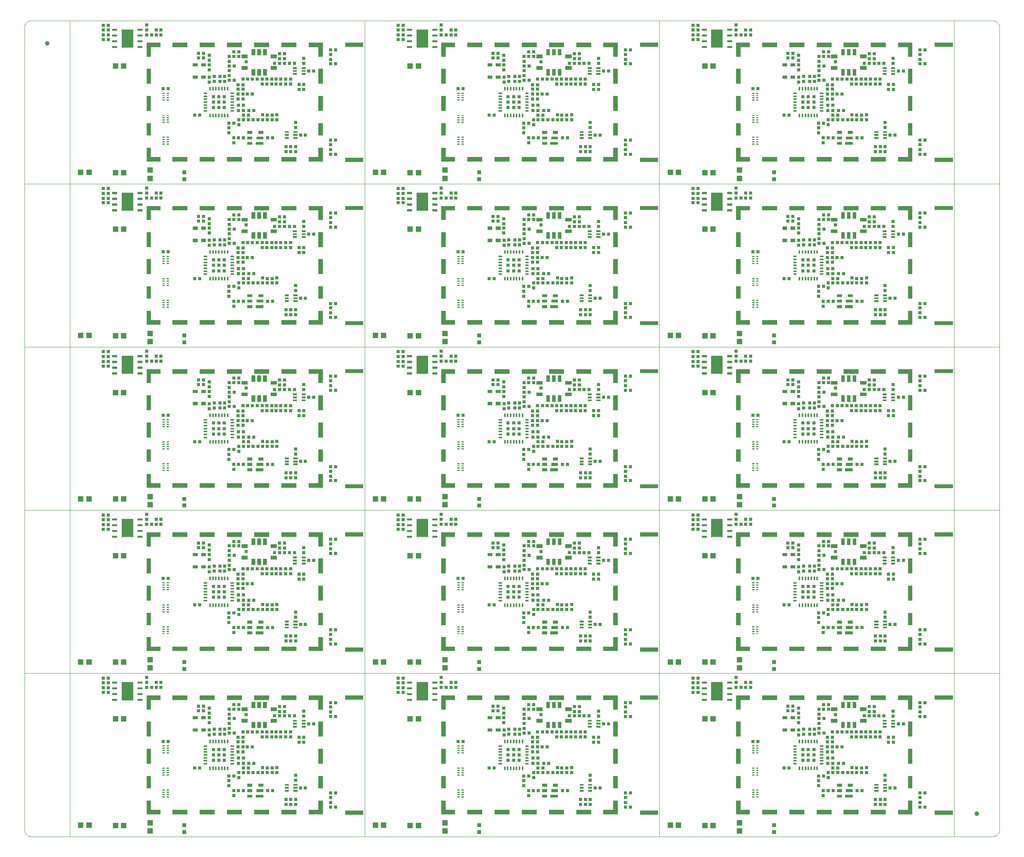
<source format=gtp>
*
%FSLAX36Y36*%
%MOIN*%
%ADD10R,0.039400X0.039400*%
%ADD11R,0.031500X0.031500*%
%ADD12R,0.025591X0.025591*%
%ADD13C,0.011811*%
%ADD14R,0.025600X0.025600*%
%ADD15R,0.093500X0.093500*%
%ADD16C,0.005000*%
%ADD17R,0.017800X0.017800*%
%ADD18R,0.051181X0.051181*%
%ADD19R,0.035433X0.035433*%
%ADD20R,0.009843X0.009843*%
%ADD21R,0.031800X0.031800*%
%ADD22C,0.003600*%
%ADD23R,0.015748X0.015748*%
%ADD24R,0.027559X0.027559*%
%ADD25R,0.062992X0.062992*%
%ADD26C,0.039370*%
%ADD27C,0.002000*%
%IPPOS*%
%LN4v081893-tp*%
%LPD*%
G75*
G54D10*
X2570866Y651600D02*
Y742101D01*
X1078740Y438991D02*
Y505891D01*
X2570866Y438991D02*
Y505891D01*
X1078740Y651600D02*
Y742101D01*
G54D11*
X1734252Y661417D03*
X1687008D03*
X1639764D03*
G54D10*
X2250025Y212598D02*
X2340526D01*
G36*
X1098425Y232283D02*
X1179134D01*
Y192913D01*
X1059055D01*
Y312992D01*
X1098425D01*
Y232283D01*
G37*
G36*
X2590551Y192913D02*
X2466535D01*
Y232283D01*
X2551181D01*
Y312992D01*
X2590551D01*
Y192913D01*
G37*
G54D10*
X1541364Y212598D02*
X1631864D01*
X1305144D02*
X1395644D01*
X2013805D02*
X2104305D01*
X1777584D02*
X1868085D01*
G54D11*
X1687008Y708661D03*
G54D10*
X2250025Y1204724D02*
X2340526D01*
G36*
X1179134Y1185039D02*
X1098425D01*
Y1102362D01*
X1059055D01*
Y1224409D01*
X1179134D01*
Y1185039D01*
G37*
G36*
X2590551Y1224409D02*
Y1102362D01*
X2551181D01*
Y1185039D01*
X2466535D01*
Y1224409D01*
X2590551D01*
G37*
G54D10*
X1305144Y1204724D02*
X1395644D01*
X2013805D02*
X2104305D01*
X1777584D02*
X1868085D01*
X1541364D02*
X1631864D01*
G54D11*
X1639764Y755906D03*
X1734252Y708661D03*
X1639764D03*
X1687008Y755906D03*
G54D10*
X1078740Y887821D02*
Y978321D01*
X2570866Y887821D02*
Y978321D01*
G54D11*
X1734252Y755906D03*
G54D12*
X1509843Y1091496D03*
X1553150D03*
Y1131850D03*
X1509843D03*
X1861220Y1145669D03*
X1817913D03*
X2257874Y1047244D03*
X2214567D03*
X2342520D03*
X2299213D03*
X1901575Y397638D03*
X1858268D03*
X2267717Y864173D03*
X2224409D03*
X2700787Y1163386D03*
X2657480D03*
X1978346Y907480D03*
X2021654D03*
X2102362D03*
X2145669D03*
X2511811Y979528D03*
X2468504D03*
X2700787Y1041339D03*
X2657480D03*
X1938976Y907480D03*
X1895669D03*
X1852362Y860236D03*
X1895669D03*
X2145669Y864173D03*
X2102362D03*
X1519685Y594488D03*
X1476378D03*
X685039Y1375984D03*
X728346D03*
Y1334646D03*
X685039D03*
X728346Y1251969D03*
X685039D03*
X1102362Y1293898D03*
X1059055D03*
X685039Y1291339D03*
X728346D03*
X2153543Y397638D03*
X2110236D03*
X2395669Y423228D03*
X2438976D03*
X1818898Y525591D03*
X1775591D03*
X1984252Y555118D03*
X2027559D03*
X1899606Y594488D03*
X1942913D03*
X1992126Y635197D03*
X1948819D03*
X1942913Y555118D03*
X1899606D03*
X2700787Y377953D03*
X2657480D03*
X1204724Y824803D03*
X1248031D03*
X2657480Y255906D03*
X2700787D03*
X2149606Y555118D03*
X2106299D03*
Y594488D03*
X2149606D03*
X2267717Y907480D03*
X2224409D03*
X1778543Y899921D03*
X1821850D03*
X1895669Y736220D03*
X1852362D03*
X1978346Y777559D03*
X1935039D03*
X1821850Y1023622D03*
X1778543D03*
X1861220Y1106299D03*
X1817913D03*
X1856299Y635197D03*
X1899606D03*
Y681102D03*
X1856299D03*
X1603858Y925197D03*
Y881890D03*
X1602362Y1114173D03*
Y1070866D03*
X2257874Y1086614D03*
Y1129921D03*
X2171260Y1003937D03*
Y1047244D03*
X2214567Y1086614D03*
Y1129921D03*
X1852362Y777559D03*
Y820866D03*
X2657480Y1080709D03*
Y1124016D03*
X2423307Y1089449D03*
Y1046142D03*
X1778543Y939291D03*
Y982598D03*
X2383071Y862441D03*
Y819134D03*
X2185039Y864173D03*
Y907480D03*
X1778543Y1106299D03*
Y1062992D03*
X2062992Y864173D03*
Y907480D03*
X2424409Y862441D03*
Y819134D03*
X2269685Y279528D03*
Y322835D03*
X2352362Y279528D03*
Y322835D03*
X2657480Y295276D03*
Y338583D03*
X2352362Y531496D03*
Y488189D03*
X1059055Y1380512D03*
Y1337205D03*
X1185079Y1293898D03*
Y1337205D03*
X1143740Y1293898D03*
Y1337205D03*
X1602362Y988189D03*
Y1031496D03*
X1775591Y484252D03*
Y440945D03*
X1816929Y354331D03*
Y397638D03*
X1645669Y931102D03*
Y887795D03*
X1895669Y777559D03*
Y820866D03*
X2066929Y598425D03*
Y555118D03*
X1860236Y511811D03*
Y555118D03*
X1738189Y931102D03*
Y887795D03*
X1698819Y931102D03*
Y887795D03*
X2311024Y279528D03*
Y322835D03*
X2190945Y555118D03*
Y598425D03*
X2309055Y907480D03*
Y864173D03*
X1924016Y1102362D03*
Y1059055D03*
G54D13*
X1763780Y814961D02*
Y834646D01*
X1738189Y814961D02*
Y834646D01*
X1712598Y814961D02*
Y834646D01*
X1687008Y814961D02*
Y834646D01*
X1661417Y814961D02*
Y834646D01*
X1635827Y814961D02*
Y834646D01*
X1610236Y814961D02*
Y834646D01*
Y582677D02*
Y602362D01*
X1635827Y582677D02*
Y602362D01*
X1661417Y582677D02*
Y602362D01*
X1687008Y582677D02*
Y602362D01*
X1712598Y582677D02*
Y602362D01*
X1738189Y582677D02*
Y602362D01*
X1763780Y582677D02*
Y602362D01*
X1561024Y785433D02*
X1580709D01*
X1561024Y759843D02*
X1580709D01*
X1561024Y734252D02*
X1580709D01*
X1561024Y708661D02*
X1580709D01*
X1561024Y683071D02*
X1580709D01*
X1561024Y657480D02*
X1580709D01*
X1561024Y631890D02*
X1580709D01*
X1793307D02*
X1812992D01*
X1793307Y657480D02*
X1812992D01*
X1793307Y683071D02*
X1812992D01*
X1793307Y708661D02*
X1812992D01*
X1793307Y734252D02*
X1812992D01*
X1793307Y759843D02*
X1812992D01*
X1793307Y785433D02*
X1812992D01*
G54D14*
X2018670Y350394D02*
X2060070D01*
X2026557Y397638D02*
X2060057D01*
X2042331Y444882D02*
X2060031D01*
X1947843Y350394D02*
X1965543D01*
X1947843Y397638D02*
X1965543D01*
X1947843Y444882D02*
X1965543D01*
G54D15*
X893701Y1229811D02*
Y1293811D01*
G54D16*
X846951Y1185561D02*
Y1338061D01*
X940451Y1185561D02*
Y1338061D01*
G54D17*
X991187Y1336811D02*
X1016687D01*
X991187Y1286811D02*
X1016687D01*
X991187Y1186811D02*
X1016687D01*
X991187Y1236811D02*
X1016687D01*
X770715D02*
X796215D01*
X770715Y1186811D02*
X796215D01*
X770715Y1286811D02*
X796215D01*
X770715Y1336811D02*
X796215D01*
G54D18*
X1090551Y47244D03*
Y118110D03*
X789331Y1021654D03*
X860197D03*
Y96457D03*
X789331D03*
X559016Y98425D03*
X488150D03*
G54D19*
X1387795D03*
Y39370D03*
G54D20*
X1239173Y785433D02*
X1249016D01*
X1239173Y765748D02*
X1249016D01*
X1239173Y746063D02*
X1249016D01*
X1239173Y726378D02*
X1249016D01*
X1203740D02*
X1213583D01*
X1203740Y746063D02*
X1213583D01*
X1203740Y765748D02*
X1213583D01*
X1203740Y785433D02*
X1213583D01*
X1239173Y592520D02*
X1249016D01*
X1239173Y572835D02*
X1249016D01*
X1239173Y553150D02*
X1249016D01*
X1239173Y533465D02*
X1249016D01*
X1203740D02*
X1213583D01*
X1203740Y553150D02*
X1213583D01*
X1203740Y572835D02*
X1213583D01*
X1203740Y592520D02*
X1213583D01*
X1239173Y403543D02*
X1249016D01*
X1239173Y383858D02*
X1249016D01*
X1239173Y364173D02*
X1249016D01*
X1239173Y344488D02*
X1249016D01*
X1203740D02*
X1213583D01*
X1203740Y364173D02*
X1213583D01*
X1203740Y383858D02*
X1213583D01*
X1203740Y403543D02*
X1213583D01*
G54D11*
X1987402Y1130326D02*
Y1153926D01*
X2037402Y1130326D02*
Y1153926D01*
X2087402Y1130326D02*
Y1153926D01*
X1987402Y956310D02*
Y979910D01*
X2037402Y956310D02*
Y979910D01*
X2087402Y956310D02*
Y979910D01*
X1899617Y1105118D02*
X1923217D01*
X1899617Y1005118D02*
X1923217D01*
X2151586Y1105118D02*
X2175186D01*
X2151586Y1005118D02*
X2175186D01*
G54D21*
X2799355Y1208661D02*
X2925055D01*
G54D22*
X2785255Y1224561D02*
X2939155D01*
X2785255Y1192761D02*
X2939155D01*
G54D21*
X2799355Y208661D02*
X2925055D01*
G54D22*
X2785255Y224561D02*
X2939155D01*
X2785255Y192761D02*
X2939155D01*
G54D23*
X2343504Y448819D02*
X2361220D01*
X2343504Y423228D02*
X2361220D01*
X2343504Y397638D02*
X2361220D01*
X2268701D02*
X2286417D01*
X2268701Y423228D02*
X2286417D01*
X2268701Y448819D02*
X2286417D01*
X2339567Y1005118D02*
X2357283D01*
X2339567Y979528D02*
X2357283D01*
X2339567Y953937D02*
X2357283D01*
X2414370D02*
X2432087D01*
X2414370Y979528D02*
X2432087D01*
X2414370Y1005118D02*
X2432087D01*
G54D24*
X1546260Y1031496D02*
X1560039D01*
X1475394D02*
X1489173D01*
X1546260Y925197D02*
X1560039D01*
X1475394D02*
X1489173D01*
G54D25*
X893740Y1238189D02*
Y1285433D01*
G54D10*
X2570866Y2068923D02*
Y2159423D01*
X1078740Y1856314D02*
Y1923214D01*
X2570866Y1856314D02*
Y1923214D01*
X1078740Y2068923D02*
Y2159423D01*
G54D11*
X1734252Y2078740D03*
X1687008D03*
X1639764D03*
G54D10*
X2250025Y1629921D02*
X2340526D01*
G36*
X1098425Y1649606D02*
X1179134D01*
Y1610236D01*
X1059055D01*
Y1730315D01*
X1098425D01*
Y1649606D01*
G37*
G36*
X2590551Y1610236D02*
X2466535D01*
Y1649606D01*
X2551181D01*
Y1730315D01*
X2590551D01*
Y1610236D01*
G37*
G54D10*
X1541364Y1629921D02*
X1631864D01*
X1305144D02*
X1395644D01*
X2013805D02*
X2104305D01*
X1777584D02*
X1868085D01*
G54D11*
X1687008Y2125984D03*
G54D10*
X2250025Y2622047D02*
X2340526D01*
G36*
X1179134Y2602362D02*
X1098425D01*
Y2519685D01*
X1059055D01*
Y2641732D01*
X1179134D01*
Y2602362D01*
G37*
G36*
X2590551Y2641732D02*
Y2519685D01*
X2551181D01*
Y2602362D01*
X2466535D01*
Y2641732D01*
X2590551D01*
G37*
G54D10*
X1305144Y2622047D02*
X1395644D01*
X2013805D02*
X2104305D01*
X1777584D02*
X1868085D01*
X1541364D02*
X1631864D01*
G54D11*
X1639764Y2173228D03*
X1734252Y2125984D03*
X1639764D03*
X1687008Y2173228D03*
G54D10*
X1078740Y2305144D02*
Y2395644D01*
X2570866Y2305144D02*
Y2395644D01*
G54D11*
X1734252Y2173228D03*
G54D12*
X1509843Y2508819D03*
X1553150D03*
Y2549173D03*
X1509843D03*
X1861220Y2562992D03*
X1817913D03*
X2257874Y2464567D03*
X2214567D03*
X2342520D03*
X2299213D03*
X1901575Y1814961D03*
X1858268D03*
X2267717Y2281496D03*
X2224409D03*
X2700787Y2580709D03*
X2657480D03*
X1978346Y2324803D03*
X2021654D03*
X2102362D03*
X2145669D03*
X2511811Y2396850D03*
X2468504D03*
X2700787Y2458661D03*
X2657480D03*
X1938976Y2324803D03*
X1895669D03*
X1852362Y2277559D03*
X1895669D03*
X2145669Y2281496D03*
X2102362D03*
X1519685Y2011811D03*
X1476378D03*
X685039Y2793307D03*
X728346D03*
Y2751969D03*
X685039D03*
X728346Y2669291D03*
X685039D03*
X1102362Y2711220D03*
X1059055D03*
X685039Y2708661D03*
X728346D03*
X2153543Y1814961D03*
X2110236D03*
X2395669Y1840551D03*
X2438976D03*
X1818898Y1942913D03*
X1775591D03*
X1984252Y1972441D03*
X2027559D03*
X1899606Y2011811D03*
X1942913D03*
X1992126Y2052520D03*
X1948819D03*
X1942913Y1972441D03*
X1899606D03*
X2700787Y1795276D03*
X2657480D03*
X1204724Y2242126D03*
X1248031D03*
X2657480Y1673228D03*
X2700787D03*
X2149606Y1972441D03*
X2106299D03*
Y2011811D03*
X2149606D03*
X2267717Y2324803D03*
X2224409D03*
X1778543Y2317244D03*
X1821850D03*
X1895669Y2153543D03*
X1852362D03*
X1978346Y2194882D03*
X1935039D03*
X1821850Y2440945D03*
X1778543D03*
X1861220Y2523622D03*
X1817913D03*
X1856299Y2052520D03*
X1899606D03*
Y2098425D03*
X1856299D03*
X1603858Y2342520D03*
Y2299213D03*
X1602362Y2531496D03*
Y2488189D03*
X2257874Y2503937D03*
Y2547244D03*
X2171260Y2421260D03*
Y2464567D03*
X2214567Y2503937D03*
Y2547244D03*
X1852362Y2194882D03*
Y2238189D03*
X2657480Y2498031D03*
Y2541339D03*
X2423307Y2506772D03*
Y2463465D03*
X1778543Y2356614D03*
Y2399921D03*
X2383071Y2279764D03*
Y2236457D03*
X2185039Y2281496D03*
Y2324803D03*
X1778543Y2523622D03*
Y2480315D03*
X2062992Y2281496D03*
Y2324803D03*
X2424409Y2279764D03*
Y2236457D03*
X2269685Y1696850D03*
Y1740157D03*
X2352362Y1696850D03*
Y1740157D03*
X2657480Y1712598D03*
Y1755906D03*
X2352362Y1948819D03*
Y1905512D03*
X1059055Y2797835D03*
Y2754528D03*
X1185079Y2711220D03*
Y2754528D03*
X1143740Y2711220D03*
Y2754528D03*
X1602362Y2405512D03*
Y2448819D03*
X1775591Y1901575D03*
Y1858268D03*
X1816929Y1771654D03*
Y1814961D03*
X1645669Y2348425D03*
Y2305118D03*
X1895669Y2194882D03*
Y2238189D03*
X2066929Y2015748D03*
Y1972441D03*
X1860236Y1929134D03*
Y1972441D03*
X1738189Y2348425D03*
Y2305118D03*
X1698819Y2348425D03*
Y2305118D03*
X2311024Y1696850D03*
Y1740157D03*
X2190945Y1972441D03*
Y2015748D03*
X2309055Y2324803D03*
Y2281496D03*
X1924016Y2519685D03*
Y2476378D03*
G54D13*
X1763780Y2232283D02*
Y2251969D01*
X1738189Y2232283D02*
Y2251969D01*
X1712598Y2232283D02*
Y2251969D01*
X1687008Y2232283D02*
Y2251969D01*
X1661417Y2232283D02*
Y2251969D01*
X1635827Y2232283D02*
Y2251969D01*
X1610236Y2232283D02*
Y2251969D01*
Y2000000D02*
Y2019685D01*
X1635827Y2000000D02*
Y2019685D01*
X1661417Y2000000D02*
Y2019685D01*
X1687008Y2000000D02*
Y2019685D01*
X1712598Y2000000D02*
Y2019685D01*
X1738189Y2000000D02*
Y2019685D01*
X1763780Y2000000D02*
Y2019685D01*
X1561024Y2202756D02*
X1580709D01*
X1561024Y2177165D02*
X1580709D01*
X1561024Y2151575D02*
X1580709D01*
X1561024Y2125984D02*
X1580709D01*
X1561024Y2100394D02*
X1580709D01*
X1561024Y2074803D02*
X1580709D01*
X1561024Y2049213D02*
X1580709D01*
X1793307D02*
X1812992D01*
X1793307Y2074803D02*
X1812992D01*
X1793307Y2100394D02*
X1812992D01*
X1793307Y2125984D02*
X1812992D01*
X1793307Y2151575D02*
X1812992D01*
X1793307Y2177165D02*
X1812992D01*
X1793307Y2202756D02*
X1812992D01*
G54D14*
X2018670Y1767717D02*
X2060070D01*
X2026557Y1814961D02*
X2060057D01*
X2042331Y1862205D02*
X2060031D01*
X1947843Y1767717D02*
X1965543D01*
X1947843Y1814961D02*
X1965543D01*
X1947843Y1862205D02*
X1965543D01*
G54D15*
X893701Y2647134D02*
Y2711134D01*
G54D16*
X846951Y2602884D02*
Y2755384D01*
X940451Y2602884D02*
Y2755384D01*
G54D17*
X991187Y2754134D02*
X1016687D01*
X991187Y2704134D02*
X1016687D01*
X991187Y2604134D02*
X1016687D01*
X991187Y2654134D02*
X1016687D01*
X770715D02*
X796215D01*
X770715Y2604134D02*
X796215D01*
X770715Y2704134D02*
X796215D01*
X770715Y2754134D02*
X796215D01*
G54D18*
X1090551Y1464567D03*
Y1535433D03*
X789331Y2438976D03*
X860197D03*
Y1513780D03*
X789331D03*
X559016Y1515748D03*
X488150D03*
G54D19*
X1387795D03*
Y1456693D03*
G54D20*
X1239173Y2202756D02*
X1249016D01*
X1239173Y2183071D02*
X1249016D01*
X1239173Y2163386D02*
X1249016D01*
X1239173Y2143701D02*
X1249016D01*
X1203740D02*
X1213583D01*
X1203740Y2163386D02*
X1213583D01*
X1203740Y2183071D02*
X1213583D01*
X1203740Y2202756D02*
X1213583D01*
X1239173Y2009843D02*
X1249016D01*
X1239173Y1990157D02*
X1249016D01*
X1239173Y1970472D02*
X1249016D01*
X1239173Y1950787D02*
X1249016D01*
X1203740D02*
X1213583D01*
X1203740Y1970472D02*
X1213583D01*
X1203740Y1990157D02*
X1213583D01*
X1203740Y2009843D02*
X1213583D01*
X1239173Y1820866D02*
X1249016D01*
X1239173Y1801181D02*
X1249016D01*
X1239173Y1781496D02*
X1249016D01*
X1239173Y1761811D02*
X1249016D01*
X1203740D02*
X1213583D01*
X1203740Y1781496D02*
X1213583D01*
X1203740Y1801181D02*
X1213583D01*
X1203740Y1820866D02*
X1213583D01*
G54D11*
X1987402Y2547649D02*
Y2571249D01*
X2037402Y2547649D02*
Y2571249D01*
X2087402Y2547649D02*
Y2571249D01*
X1987402Y2373633D02*
Y2397233D01*
X2037402Y2373633D02*
Y2397233D01*
X2087402Y2373633D02*
Y2397233D01*
X1899617Y2522441D02*
X1923217D01*
X1899617Y2422441D02*
X1923217D01*
X2151586Y2522441D02*
X2175186D01*
X2151586Y2422441D02*
X2175186D01*
G54D21*
X2799355Y2625984D02*
X2925055D01*
G54D22*
X2785255Y2641884D02*
X2939155D01*
X2785255Y2610084D02*
X2939155D01*
G54D21*
X2799355Y1625984D02*
X2925055D01*
G54D22*
X2785255Y1641884D02*
X2939155D01*
X2785255Y1610084D02*
X2939155D01*
G54D23*
X2343504Y1866142D02*
X2361220D01*
X2343504Y1840551D02*
X2361220D01*
X2343504Y1814961D02*
X2361220D01*
X2268701D02*
X2286417D01*
X2268701Y1840551D02*
X2286417D01*
X2268701Y1866142D02*
X2286417D01*
X2339567Y2422441D02*
X2357283D01*
X2339567Y2396850D02*
X2357283D01*
X2339567Y2371260D02*
X2357283D01*
X2414370D02*
X2432087D01*
X2414370Y2396850D02*
X2432087D01*
X2414370Y2422441D02*
X2432087D01*
G54D24*
X1546260Y2448819D02*
X1560039D01*
X1475394D02*
X1489173D01*
X1546260Y2342520D02*
X1560039D01*
X1475394D02*
X1489173D01*
G54D25*
X893740Y2655512D02*
Y2702756D01*
G54D10*
X2570866Y3486246D02*
Y3576746D01*
X1078740Y3273636D02*
Y3340537D01*
X2570866Y3273636D02*
Y3340537D01*
X1078740Y3486246D02*
Y3576746D01*
G54D11*
X1734252Y3496063D03*
X1687008D03*
X1639764D03*
G54D10*
X2250025Y3047244D02*
X2340526D01*
G36*
X1098425Y3066929D02*
X1179134D01*
Y3027559D01*
X1059055D01*
Y3147638D01*
X1098425D01*
Y3066929D01*
G37*
G36*
X2590551Y3027559D02*
X2466535D01*
Y3066929D01*
X2551181D01*
Y3147638D01*
X2590551D01*
Y3027559D01*
G37*
G54D10*
X1541364Y3047244D02*
X1631864D01*
X1305144D02*
X1395644D01*
X2013805D02*
X2104305D01*
X1777584D02*
X1868085D01*
G54D11*
X1687008Y3543307D03*
G54D10*
X2250025Y4039370D02*
X2340526D01*
G36*
X1179134Y4019685D02*
X1098425D01*
Y3937008D01*
X1059055D01*
Y4059055D01*
X1179134D01*
Y4019685D01*
G37*
G36*
X2590551Y4059055D02*
Y3937008D01*
X2551181D01*
Y4019685D01*
X2466535D01*
Y4059055D01*
X2590551D01*
G37*
G54D10*
X1305144Y4039370D02*
X1395644D01*
X2013805D02*
X2104305D01*
X1777584D02*
X1868085D01*
X1541364D02*
X1631864D01*
G54D11*
X1639764Y3590551D03*
X1734252Y3543307D03*
X1639764D03*
X1687008Y3590551D03*
G54D10*
X1078740Y3722466D02*
Y3812967D01*
X2570866Y3722466D02*
Y3812967D01*
G54D11*
X1734252Y3590551D03*
G54D12*
X1509843Y3926142D03*
X1553150D03*
Y3966496D03*
X1509843D03*
X1861220Y3980315D03*
X1817913D03*
X2257874Y3881890D03*
X2214567D03*
X2342520D03*
X2299213D03*
X1901575Y3232283D03*
X1858268D03*
X2267717Y3698819D03*
X2224409D03*
X2700787Y3998031D03*
X2657480D03*
X1978346Y3742126D03*
X2021654D03*
X2102362D03*
X2145669D03*
X2511811Y3814173D03*
X2468504D03*
X2700787Y3875984D03*
X2657480D03*
X1938976Y3742126D03*
X1895669D03*
X1852362Y3694882D03*
X1895669D03*
X2145669Y3698819D03*
X2102362D03*
X1519685Y3429134D03*
X1476378D03*
X685039Y4210630D03*
X728346D03*
Y4169291D03*
X685039D03*
X728346Y4086614D03*
X685039D03*
X1102362Y4128543D03*
X1059055D03*
X685039Y4125984D03*
X728346D03*
X2153543Y3232283D03*
X2110236D03*
X2395669Y3257874D03*
X2438976D03*
X1818898Y3360236D03*
X1775591D03*
X1984252Y3389764D03*
X2027559D03*
X1899606Y3429134D03*
X1942913D03*
X1992126Y3469843D03*
X1948819D03*
X1942913Y3389764D03*
X1899606D03*
X2700787Y3212598D03*
X2657480D03*
X1204724Y3659449D03*
X1248031D03*
X2657480Y3090551D03*
X2700787D03*
X2149606Y3389764D03*
X2106299D03*
Y3429134D03*
X2149606D03*
X2267717Y3742126D03*
X2224409D03*
X1778543Y3734567D03*
X1821850D03*
X1895669Y3570866D03*
X1852362D03*
X1978346Y3612205D03*
X1935039D03*
X1821850Y3858268D03*
X1778543D03*
X1861220Y3940945D03*
X1817913D03*
X1856299Y3469843D03*
X1899606D03*
Y3515748D03*
X1856299D03*
X1603858Y3759843D03*
Y3716535D03*
X1602362Y3948819D03*
Y3905512D03*
X2257874Y3921260D03*
Y3964567D03*
X2171260Y3838583D03*
Y3881890D03*
X2214567Y3921260D03*
Y3964567D03*
X1852362Y3612205D03*
Y3655512D03*
X2657480Y3915354D03*
Y3958661D03*
X2423307Y3924094D03*
Y3880787D03*
X1778543Y3773937D03*
Y3817244D03*
X2383071Y3697087D03*
Y3653780D03*
X2185039Y3698819D03*
Y3742126D03*
X1778543Y3940945D03*
Y3897638D03*
X2062992Y3698819D03*
Y3742126D03*
X2424409Y3697087D03*
Y3653780D03*
X2269685Y3114173D03*
Y3157480D03*
X2352362Y3114173D03*
Y3157480D03*
X2657480Y3129921D03*
Y3173228D03*
X2352362Y3366142D03*
Y3322835D03*
X1059055Y4215157D03*
Y4171850D03*
X1185079Y4128543D03*
Y4171850D03*
X1143740Y4128543D03*
Y4171850D03*
X1602362Y3822835D03*
Y3866142D03*
X1775591Y3318898D03*
Y3275591D03*
X1816929Y3188976D03*
Y3232283D03*
X1645669Y3765748D03*
Y3722441D03*
X1895669Y3612205D03*
Y3655512D03*
X2066929Y3433071D03*
Y3389764D03*
X1860236Y3346457D03*
Y3389764D03*
X1738189Y3765748D03*
Y3722441D03*
X1698819Y3765748D03*
Y3722441D03*
X2311024Y3114173D03*
Y3157480D03*
X2190945Y3389764D03*
Y3433071D03*
X2309055Y3742126D03*
Y3698819D03*
X1924016Y3937008D03*
Y3893701D03*
G54D13*
X1763780Y3649606D02*
Y3669291D01*
X1738189Y3649606D02*
Y3669291D01*
X1712598Y3649606D02*
Y3669291D01*
X1687008Y3649606D02*
Y3669291D01*
X1661417Y3649606D02*
Y3669291D01*
X1635827Y3649606D02*
Y3669291D01*
X1610236Y3649606D02*
Y3669291D01*
Y3417323D02*
Y3437008D01*
X1635827Y3417323D02*
Y3437008D01*
X1661417Y3417323D02*
Y3437008D01*
X1687008Y3417323D02*
Y3437008D01*
X1712598Y3417323D02*
Y3437008D01*
X1738189Y3417323D02*
Y3437008D01*
X1763780Y3417323D02*
Y3437008D01*
X1561024Y3620079D02*
X1580709D01*
X1561024Y3594488D02*
X1580709D01*
X1561024Y3568898D02*
X1580709D01*
X1561024Y3543307D02*
X1580709D01*
X1561024Y3517717D02*
X1580709D01*
X1561024Y3492126D02*
X1580709D01*
X1561024Y3466535D02*
X1580709D01*
X1793307D02*
X1812992D01*
X1793307Y3492126D02*
X1812992D01*
X1793307Y3517717D02*
X1812992D01*
X1793307Y3543307D02*
X1812992D01*
X1793307Y3568898D02*
X1812992D01*
X1793307Y3594488D02*
X1812992D01*
X1793307Y3620079D02*
X1812992D01*
G54D14*
X2018670Y3185039D02*
X2060070D01*
X2026557Y3232283D02*
X2060057D01*
X2042331Y3279528D02*
X2060031D01*
X1947843Y3185039D02*
X1965543D01*
X1947843Y3232283D02*
X1965543D01*
X1947843Y3279528D02*
X1965543D01*
G54D15*
X893701Y4064457D02*
Y4128457D01*
G54D16*
X846951Y4020207D02*
Y4172707D01*
X940451Y4020207D02*
Y4172707D01*
G54D17*
X991187Y4171457D02*
X1016687D01*
X991187Y4121457D02*
X1016687D01*
X991187Y4021457D02*
X1016687D01*
X991187Y4071457D02*
X1016687D01*
X770715D02*
X796215D01*
X770715Y4021457D02*
X796215D01*
X770715Y4121457D02*
X796215D01*
X770715Y4171457D02*
X796215D01*
G54D18*
X1090551Y2881890D03*
Y2952756D03*
X789331Y3856299D03*
X860197D03*
Y2931102D03*
X789331D03*
X559016Y2933071D03*
X488150D03*
G54D19*
X1387795D03*
Y2874016D03*
G54D20*
X1239173Y3620079D02*
X1249016D01*
X1239173Y3600394D02*
X1249016D01*
X1239173Y3580709D02*
X1249016D01*
X1239173Y3561024D02*
X1249016D01*
X1203740D02*
X1213583D01*
X1203740Y3580709D02*
X1213583D01*
X1203740Y3600394D02*
X1213583D01*
X1203740Y3620079D02*
X1213583D01*
X1239173Y3427165D02*
X1249016D01*
X1239173Y3407480D02*
X1249016D01*
X1239173Y3387795D02*
X1249016D01*
X1239173Y3368110D02*
X1249016D01*
X1203740D02*
X1213583D01*
X1203740Y3387795D02*
X1213583D01*
X1203740Y3407480D02*
X1213583D01*
X1203740Y3427165D02*
X1213583D01*
X1239173Y3238189D02*
X1249016D01*
X1239173Y3218504D02*
X1249016D01*
X1239173Y3198819D02*
X1249016D01*
X1239173Y3179134D02*
X1249016D01*
X1203740D02*
X1213583D01*
X1203740Y3198819D02*
X1213583D01*
X1203740Y3218504D02*
X1213583D01*
X1203740Y3238189D02*
X1213583D01*
G54D11*
X1987402Y3964972D02*
Y3988572D01*
X2037402Y3964972D02*
Y3988572D01*
X2087402Y3964972D02*
Y3988572D01*
X1987402Y3790956D02*
Y3814556D01*
X2037402Y3790956D02*
Y3814556D01*
X2087402Y3790956D02*
Y3814556D01*
X1899617Y3939764D02*
X1923217D01*
X1899617Y3839764D02*
X1923217D01*
X2151586Y3939764D02*
X2175186D01*
X2151586Y3839764D02*
X2175186D01*
G54D21*
X2799355Y4043307D02*
X2925055D01*
G54D22*
X2785255Y4059207D02*
X2939155D01*
X2785255Y4027407D02*
X2939155D01*
G54D21*
X2799355Y3043307D02*
X2925055D01*
G54D22*
X2785255Y3059207D02*
X2939155D01*
X2785255Y3027407D02*
X2939155D01*
G54D23*
X2343504Y3283465D02*
X2361220D01*
X2343504Y3257874D02*
X2361220D01*
X2343504Y3232283D02*
X2361220D01*
X2268701D02*
X2286417D01*
X2268701Y3257874D02*
X2286417D01*
X2268701Y3283465D02*
X2286417D01*
X2339567Y3839764D02*
X2357283D01*
X2339567Y3814173D02*
X2357283D01*
X2339567Y3788583D02*
X2357283D01*
X2414370D02*
X2432087D01*
X2414370Y3814173D02*
X2432087D01*
X2414370Y3839764D02*
X2432087D01*
G54D24*
X1546260Y3866142D02*
X1560039D01*
X1475394D02*
X1489173D01*
X1546260Y3759843D02*
X1560039D01*
X1475394D02*
X1489173D01*
G54D25*
X893740Y4072835D02*
Y4120079D01*
G54D10*
X2570866Y4903569D02*
Y4994069D01*
X1078740Y4690959D02*
Y4757860D01*
X2570866Y4690959D02*
Y4757860D01*
X1078740Y4903569D02*
Y4994069D01*
G54D11*
X1734252Y4913386D03*
X1687008D03*
X1639764D03*
G54D10*
X2250025Y4464567D02*
X2340526D01*
G36*
X1098425Y4484252D02*
X1179134D01*
Y4444882D01*
X1059055D01*
Y4564961D01*
X1098425D01*
Y4484252D01*
G37*
G36*
X2590551Y4444882D02*
X2466535D01*
Y4484252D01*
X2551181D01*
Y4564961D01*
X2590551D01*
Y4444882D01*
G37*
G54D10*
X1541364Y4464567D02*
X1631864D01*
X1305144D02*
X1395644D01*
X2013805D02*
X2104305D01*
X1777584D02*
X1868085D01*
G54D11*
X1687008Y4960630D03*
G54D10*
X2250025Y5456693D02*
X2340526D01*
G36*
X1179134Y5437008D02*
X1098425D01*
Y5354331D01*
X1059055D01*
Y5476378D01*
X1179134D01*
Y5437008D01*
G37*
G36*
X2590551Y5476378D02*
Y5354331D01*
X2551181D01*
Y5437008D01*
X2466535D01*
Y5476378D01*
X2590551D01*
G37*
G54D10*
X1305144Y5456693D02*
X1395644D01*
X2013805D02*
X2104305D01*
X1777584D02*
X1868085D01*
X1541364D02*
X1631864D01*
G54D11*
X1639764Y5007874D03*
X1734252Y4960630D03*
X1639764D03*
X1687008Y5007874D03*
G54D10*
X1078740Y5139789D02*
Y5230290D01*
X2570866Y5139789D02*
Y5230290D01*
G54D11*
X1734252Y5007874D03*
G54D12*
X1509843Y5343465D03*
X1553150D03*
Y5383819D03*
X1509843D03*
X1861220Y5397638D03*
X1817913D03*
X2257874Y5299213D03*
X2214567D03*
X2342520D03*
X2299213D03*
X1901575Y4649606D03*
X1858268D03*
X2267717Y5116142D03*
X2224409D03*
X2700787Y5415354D03*
X2657480D03*
X1978346Y5159449D03*
X2021654D03*
X2102362D03*
X2145669D03*
X2511811Y5231496D03*
X2468504D03*
X2700787Y5293307D03*
X2657480D03*
X1938976Y5159449D03*
X1895669D03*
X1852362Y5112205D03*
X1895669D03*
X2145669Y5116142D03*
X2102362D03*
X1519685Y4846457D03*
X1476378D03*
X685039Y5627953D03*
X728346D03*
Y5586614D03*
X685039D03*
X728346Y5503937D03*
X685039D03*
X1102362Y5545866D03*
X1059055D03*
X685039Y5543307D03*
X728346D03*
X2153543Y4649606D03*
X2110236D03*
X2395669Y4675197D03*
X2438976D03*
X1818898Y4777559D03*
X1775591D03*
X1984252Y4807087D03*
X2027559D03*
X1899606Y4846457D03*
X1942913D03*
X1992126Y4887165D03*
X1948819D03*
X1942913Y4807087D03*
X1899606D03*
X2700787Y4629921D03*
X2657480D03*
X1204724Y5076772D03*
X1248031D03*
X2657480Y4507874D03*
X2700787D03*
X2149606Y4807087D03*
X2106299D03*
Y4846457D03*
X2149606D03*
X2267717Y5159449D03*
X2224409D03*
X1778543Y5151890D03*
X1821850D03*
X1895669Y4988189D03*
X1852362D03*
X1978346Y5029528D03*
X1935039D03*
X1821850Y5275591D03*
X1778543D03*
X1861220Y5358268D03*
X1817913D03*
X1856299Y4887165D03*
X1899606D03*
Y4933071D03*
X1856299D03*
X1603858Y5177165D03*
Y5133858D03*
X1602362Y5366142D03*
Y5322835D03*
X2257874Y5338583D03*
Y5381890D03*
X2171260Y5255906D03*
Y5299213D03*
X2214567Y5338583D03*
Y5381890D03*
X1852362Y5029528D03*
Y5072835D03*
X2657480Y5332677D03*
Y5375984D03*
X2423307Y5341417D03*
Y5298110D03*
X1778543Y5191260D03*
Y5234567D03*
X2383071Y5114409D03*
Y5071102D03*
X2185039Y5116142D03*
Y5159449D03*
X1778543Y5358268D03*
Y5314961D03*
X2062992Y5116142D03*
Y5159449D03*
X2424409Y5114409D03*
Y5071102D03*
X2269685Y4531496D03*
Y4574803D03*
X2352362Y4531496D03*
Y4574803D03*
X2657480Y4547244D03*
Y4590551D03*
X2352362Y4783465D03*
Y4740157D03*
X1059055Y5632480D03*
Y5589173D03*
X1185079Y5545866D03*
Y5589173D03*
X1143740Y5545866D03*
Y5589173D03*
X1602362Y5240157D03*
Y5283465D03*
X1775591Y4736220D03*
Y4692913D03*
X1816929Y4606299D03*
Y4649606D03*
X1645669Y5183071D03*
Y5139764D03*
X1895669Y5029528D03*
Y5072835D03*
X2066929Y4850394D03*
Y4807087D03*
X1860236Y4763780D03*
Y4807087D03*
X1738189Y5183071D03*
Y5139764D03*
X1698819Y5183071D03*
Y5139764D03*
X2311024Y4531496D03*
Y4574803D03*
X2190945Y4807087D03*
Y4850394D03*
X2309055Y5159449D03*
Y5116142D03*
X1924016Y5354331D03*
Y5311024D03*
G54D13*
X1763780Y5066929D02*
Y5086614D01*
X1738189Y5066929D02*
Y5086614D01*
X1712598Y5066929D02*
Y5086614D01*
X1687008Y5066929D02*
Y5086614D01*
X1661417Y5066929D02*
Y5086614D01*
X1635827Y5066929D02*
Y5086614D01*
X1610236Y5066929D02*
Y5086614D01*
Y4834646D02*
Y4854331D01*
X1635827Y4834646D02*
Y4854331D01*
X1661417Y4834646D02*
Y4854331D01*
X1687008Y4834646D02*
Y4854331D01*
X1712598Y4834646D02*
Y4854331D01*
X1738189Y4834646D02*
Y4854331D01*
X1763780Y4834646D02*
Y4854331D01*
X1561024Y5037402D02*
X1580709D01*
X1561024Y5011811D02*
X1580709D01*
X1561024Y4986220D02*
X1580709D01*
X1561024Y4960630D02*
X1580709D01*
X1561024Y4935039D02*
X1580709D01*
X1561024Y4909449D02*
X1580709D01*
X1561024Y4883858D02*
X1580709D01*
X1793307D02*
X1812992D01*
X1793307Y4909449D02*
X1812992D01*
X1793307Y4935039D02*
X1812992D01*
X1793307Y4960630D02*
X1812992D01*
X1793307Y4986220D02*
X1812992D01*
X1793307Y5011811D02*
X1812992D01*
X1793307Y5037402D02*
X1812992D01*
G54D14*
X2018670Y4602362D02*
X2060070D01*
X2026557Y4649606D02*
X2060057D01*
X2042331Y4696850D02*
X2060031D01*
X1947843Y4602362D02*
X1965543D01*
X1947843Y4649606D02*
X1965543D01*
X1947843Y4696850D02*
X1965543D01*
G54D15*
X893701Y5481780D02*
Y5545780D01*
G54D16*
X846951Y5437530D02*
Y5590030D01*
X940451Y5437530D02*
Y5590030D01*
G54D17*
X991187Y5588780D02*
X1016687D01*
X991187Y5538780D02*
X1016687D01*
X991187Y5438780D02*
X1016687D01*
X991187Y5488780D02*
X1016687D01*
X770715D02*
X796215D01*
X770715Y5438780D02*
X796215D01*
X770715Y5538780D02*
X796215D01*
X770715Y5588780D02*
X796215D01*
G54D18*
X1090551Y4299213D03*
Y4370079D03*
X789331Y5273622D03*
X860197D03*
Y4348425D03*
X789331D03*
X559016Y4350394D03*
X488150D03*
G54D19*
X1387795D03*
Y4291339D03*
G54D20*
X1239173Y5037402D02*
X1249016D01*
X1239173Y5017717D02*
X1249016D01*
X1239173Y4998031D02*
X1249016D01*
X1239173Y4978346D02*
X1249016D01*
X1203740D02*
X1213583D01*
X1203740Y4998031D02*
X1213583D01*
X1203740Y5017717D02*
X1213583D01*
X1203740Y5037402D02*
X1213583D01*
X1239173Y4844488D02*
X1249016D01*
X1239173Y4824803D02*
X1249016D01*
X1239173Y4805118D02*
X1249016D01*
X1239173Y4785433D02*
X1249016D01*
X1203740D02*
X1213583D01*
X1203740Y4805118D02*
X1213583D01*
X1203740Y4824803D02*
X1213583D01*
X1203740Y4844488D02*
X1213583D01*
X1239173Y4655512D02*
X1249016D01*
X1239173Y4635827D02*
X1249016D01*
X1239173Y4616142D02*
X1249016D01*
X1239173Y4596457D02*
X1249016D01*
X1203740D02*
X1213583D01*
X1203740Y4616142D02*
X1213583D01*
X1203740Y4635827D02*
X1213583D01*
X1203740Y4655512D02*
X1213583D01*
G54D11*
X1987402Y5382294D02*
Y5405894D01*
X2037402Y5382294D02*
Y5405894D01*
X2087402Y5382294D02*
Y5405894D01*
X1987402Y5208279D02*
Y5231879D01*
X2037402Y5208279D02*
Y5231879D01*
X2087402Y5208279D02*
Y5231879D01*
X1899617Y5357087D02*
X1923217D01*
X1899617Y5257087D02*
X1923217D01*
X2151586Y5357087D02*
X2175186D01*
X2151586Y5257087D02*
X2175186D01*
G54D21*
X2799355Y5460630D02*
X2925055D01*
G54D22*
X2785255Y5476530D02*
X2939155D01*
X2785255Y5444730D02*
X2939155D01*
G54D21*
X2799355Y4460630D02*
X2925055D01*
G54D22*
X2785255Y4476530D02*
X2939155D01*
X2785255Y4444730D02*
X2939155D01*
G54D23*
X2343504Y4700787D02*
X2361220D01*
X2343504Y4675197D02*
X2361220D01*
X2343504Y4649606D02*
X2361220D01*
X2268701D02*
X2286417D01*
X2268701Y4675197D02*
X2286417D01*
X2268701Y4700787D02*
X2286417D01*
X2339567Y5257087D02*
X2357283D01*
X2339567Y5231496D02*
X2357283D01*
X2339567Y5205906D02*
X2357283D01*
X2414370D02*
X2432087D01*
X2414370Y5231496D02*
X2432087D01*
X2414370Y5257087D02*
X2432087D01*
G54D24*
X1546260Y5283465D02*
X1560039D01*
X1475394D02*
X1489173D01*
X1546260Y5177165D02*
X1560039D01*
X1475394D02*
X1489173D01*
G54D25*
X893740Y5490157D02*
Y5537402D01*
G54D10*
X2570866Y6320892D02*
Y6411392D01*
X1078740Y6108282D02*
Y6175182D01*
X2570866Y6108282D02*
Y6175182D01*
X1078740Y6320892D02*
Y6411392D01*
G54D11*
X1734252Y6330709D03*
X1687008D03*
X1639764D03*
G54D10*
X2250025Y5881890D02*
X2340526D01*
G36*
X1098425Y5901575D02*
X1179134D01*
Y5862205D01*
X1059055D01*
Y5982283D01*
X1098425D01*
Y5901575D01*
G37*
G36*
X2590551Y5862205D02*
X2466535D01*
Y5901575D01*
X2551181D01*
Y5982283D01*
X2590551D01*
Y5862205D01*
G37*
G54D10*
X1541364Y5881890D02*
X1631864D01*
X1305144D02*
X1395644D01*
X2013805D02*
X2104305D01*
X1777584D02*
X1868085D01*
G54D11*
X1687008Y6377953D03*
G54D10*
X2250025Y6874016D02*
X2340526D01*
G36*
X1179134Y6854331D02*
X1098425D01*
Y6771654D01*
X1059055D01*
Y6893701D01*
X1179134D01*
Y6854331D01*
G37*
G36*
X2590551Y6893701D02*
Y6771654D01*
X2551181D01*
Y6854331D01*
X2466535D01*
Y6893701D01*
X2590551D01*
G37*
G54D10*
X1305144Y6874016D02*
X1395644D01*
X2013805D02*
X2104305D01*
X1777584D02*
X1868085D01*
X1541364D02*
X1631864D01*
G54D11*
X1639764Y6425197D03*
X1734252Y6377953D03*
X1639764D03*
X1687008Y6425197D03*
G54D10*
X1078740Y6557112D02*
Y6647612D01*
X2570866Y6557112D02*
Y6647612D01*
G54D11*
X1734252Y6425197D03*
G54D12*
X1509843Y6760787D03*
X1553150D03*
Y6801142D03*
X1509843D03*
X1861220Y6814961D03*
X1817913D03*
X2257874Y6716535D03*
X2214567D03*
X2342520D03*
X2299213D03*
X1901575Y6066929D03*
X1858268D03*
X2267717Y6533465D03*
X2224409D03*
X2700787Y6832677D03*
X2657480D03*
X1978346Y6576772D03*
X2021654D03*
X2102362D03*
X2145669D03*
X2511811Y6648819D03*
X2468504D03*
X2700787Y6710630D03*
X2657480D03*
X1938976Y6576772D03*
X1895669D03*
X1852362Y6529528D03*
X1895669D03*
X2145669Y6533465D03*
X2102362D03*
X1519685Y6263780D03*
X1476378D03*
X685039Y7045276D03*
X728346D03*
Y7003937D03*
X685039D03*
X728346Y6921260D03*
X685039D03*
X1102362Y6963189D03*
X1059055D03*
X685039Y6960630D03*
X728346D03*
X2153543Y6066929D03*
X2110236D03*
X2395669Y6092520D03*
X2438976D03*
X1818898Y6194882D03*
X1775591D03*
X1984252Y6224409D03*
X2027559D03*
X1899606Y6263780D03*
X1942913D03*
X1992126Y6304488D03*
X1948819D03*
X1942913Y6224409D03*
X1899606D03*
X2700787Y6047244D03*
X2657480D03*
X1204724Y6494094D03*
X1248031D03*
X2657480Y5925197D03*
X2700787D03*
X2149606Y6224409D03*
X2106299D03*
Y6263780D03*
X2149606D03*
X2267717Y6576772D03*
X2224409D03*
X1778543Y6569213D03*
X1821850D03*
X1895669Y6405512D03*
X1852362D03*
X1978346Y6446850D03*
X1935039D03*
X1821850Y6692913D03*
X1778543D03*
X1861220Y6775591D03*
X1817913D03*
X1856299Y6304488D03*
X1899606D03*
Y6350394D03*
X1856299D03*
X1603858Y6594488D03*
Y6551181D03*
X1602362Y6783465D03*
Y6740157D03*
X2257874Y6755906D03*
Y6799213D03*
X2171260Y6673228D03*
Y6716535D03*
X2214567Y6755906D03*
Y6799213D03*
X1852362Y6446850D03*
Y6490157D03*
X2657480Y6750000D03*
Y6793307D03*
X2423307Y6758740D03*
Y6715433D03*
X1778543Y6608583D03*
Y6651890D03*
X2383071Y6531732D03*
Y6488425D03*
X2185039Y6533465D03*
Y6576772D03*
X1778543Y6775591D03*
Y6732283D03*
X2062992Y6533465D03*
Y6576772D03*
X2424409Y6531732D03*
Y6488425D03*
X2269685Y5948819D03*
Y5992126D03*
X2352362Y5948819D03*
Y5992126D03*
X2657480Y5964567D03*
Y6007874D03*
X2352362Y6200787D03*
Y6157480D03*
X1059055Y7049803D03*
Y7006496D03*
X1185079Y6963189D03*
Y7006496D03*
X1143740Y6963189D03*
Y7006496D03*
X1602362Y6657480D03*
Y6700787D03*
X1775591Y6153543D03*
Y6110236D03*
X1816929Y6023622D03*
Y6066929D03*
X1645669Y6600394D03*
Y6557087D03*
X1895669Y6446850D03*
Y6490157D03*
X2066929Y6267717D03*
Y6224409D03*
X1860236Y6181102D03*
Y6224409D03*
X1738189Y6600394D03*
Y6557087D03*
X1698819Y6600394D03*
Y6557087D03*
X2311024Y5948819D03*
Y5992126D03*
X2190945Y6224409D03*
Y6267717D03*
X2309055Y6576772D03*
Y6533465D03*
X1924016Y6771654D03*
Y6728346D03*
G54D13*
X1763780Y6484252D02*
Y6503937D01*
X1738189Y6484252D02*
Y6503937D01*
X1712598Y6484252D02*
Y6503937D01*
X1687008Y6484252D02*
Y6503937D01*
X1661417Y6484252D02*
Y6503937D01*
X1635827Y6484252D02*
Y6503937D01*
X1610236Y6484252D02*
Y6503937D01*
Y6251969D02*
Y6271654D01*
X1635827Y6251969D02*
Y6271654D01*
X1661417Y6251969D02*
Y6271654D01*
X1687008Y6251969D02*
Y6271654D01*
X1712598Y6251969D02*
Y6271654D01*
X1738189Y6251969D02*
Y6271654D01*
X1763780Y6251969D02*
Y6271654D01*
X1561024Y6454724D02*
X1580709D01*
X1561024Y6429134D02*
X1580709D01*
X1561024Y6403543D02*
X1580709D01*
X1561024Y6377953D02*
X1580709D01*
X1561024Y6352362D02*
X1580709D01*
X1561024Y6326772D02*
X1580709D01*
X1561024Y6301181D02*
X1580709D01*
X1793307D02*
X1812992D01*
X1793307Y6326772D02*
X1812992D01*
X1793307Y6352362D02*
X1812992D01*
X1793307Y6377953D02*
X1812992D01*
X1793307Y6403543D02*
X1812992D01*
X1793307Y6429134D02*
X1812992D01*
X1793307Y6454724D02*
X1812992D01*
G54D14*
X2018670Y6019685D02*
X2060070D01*
X2026557Y6066929D02*
X2060057D01*
X2042331Y6114173D02*
X2060031D01*
X1947843Y6019685D02*
X1965543D01*
X1947843Y6066929D02*
X1965543D01*
X1947843Y6114173D02*
X1965543D01*
G54D15*
X893701Y6899102D02*
Y6963102D01*
G54D16*
X846951Y6854852D02*
Y7007352D01*
X940451Y6854852D02*
Y7007352D01*
G54D17*
X991187Y7006102D02*
X1016687D01*
X991187Y6956102D02*
X1016687D01*
X991187Y6856102D02*
X1016687D01*
X991187Y6906102D02*
X1016687D01*
X770715D02*
X796215D01*
X770715Y6856102D02*
X796215D01*
X770715Y6956102D02*
X796215D01*
X770715Y7006102D02*
X796215D01*
G54D18*
X1090551Y5716535D03*
Y5787402D03*
X789331Y6690945D03*
X860197D03*
Y5765748D03*
X789331D03*
X559016Y5767717D03*
X488150D03*
G54D19*
X1387795D03*
Y5708661D03*
G54D20*
X1239173Y6454724D02*
X1249016D01*
X1239173Y6435039D02*
X1249016D01*
X1239173Y6415354D02*
X1249016D01*
X1239173Y6395669D02*
X1249016D01*
X1203740D02*
X1213583D01*
X1203740Y6415354D02*
X1213583D01*
X1203740Y6435039D02*
X1213583D01*
X1203740Y6454724D02*
X1213583D01*
X1239173Y6261811D02*
X1249016D01*
X1239173Y6242126D02*
X1249016D01*
X1239173Y6222441D02*
X1249016D01*
X1239173Y6202756D02*
X1249016D01*
X1203740D02*
X1213583D01*
X1203740Y6222441D02*
X1213583D01*
X1203740Y6242126D02*
X1213583D01*
X1203740Y6261811D02*
X1213583D01*
X1239173Y6072835D02*
X1249016D01*
X1239173Y6053150D02*
X1249016D01*
X1239173Y6033465D02*
X1249016D01*
X1239173Y6013780D02*
X1249016D01*
X1203740D02*
X1213583D01*
X1203740Y6033465D02*
X1213583D01*
X1203740Y6053150D02*
X1213583D01*
X1203740Y6072835D02*
X1213583D01*
G54D11*
X1987402Y6799617D02*
Y6823217D01*
X2037402Y6799617D02*
Y6823217D01*
X2087402Y6799617D02*
Y6823217D01*
X1987402Y6625602D02*
Y6649202D01*
X2037402Y6625602D02*
Y6649202D01*
X2087402Y6625602D02*
Y6649202D01*
X1899617Y6774409D02*
X1923217D01*
X1899617Y6674409D02*
X1923217D01*
X2151586Y6774409D02*
X2175186D01*
X2151586Y6674409D02*
X2175186D01*
G54D21*
X2799355Y6877953D02*
X2925055D01*
G54D22*
X2785255Y6893853D02*
X2939155D01*
X2785255Y6862053D02*
X2939155D01*
G54D21*
X2799355Y5877953D02*
X2925055D01*
G54D22*
X2785255Y5893853D02*
X2939155D01*
X2785255Y5862053D02*
X2939155D01*
G54D23*
X2343504Y6118110D02*
X2361220D01*
X2343504Y6092520D02*
X2361220D01*
X2343504Y6066929D02*
X2361220D01*
X2268701D02*
X2286417D01*
X2268701Y6092520D02*
X2286417D01*
X2268701Y6118110D02*
X2286417D01*
X2339567Y6674409D02*
X2357283D01*
X2339567Y6648819D02*
X2357283D01*
X2339567Y6623228D02*
X2357283D01*
X2414370D02*
X2432087D01*
X2414370Y6648819D02*
X2432087D01*
X2414370Y6674409D02*
X2432087D01*
G54D24*
X1546260Y6700787D02*
X1560039D01*
X1475394D02*
X1489173D01*
X1546260Y6594488D02*
X1560039D01*
X1475394D02*
X1489173D01*
G54D25*
X893740Y6907480D02*
Y6954724D01*
G54D10*
X5129921Y651600D02*
Y742101D01*
X3637795Y438991D02*
Y505891D01*
X5129921Y438991D02*
Y505891D01*
X3637795Y651600D02*
Y742101D01*
G54D11*
X4293307Y661417D03*
X4246063D03*
X4198819D03*
G54D10*
X4809081Y212598D02*
X4899581D01*
G36*
X3657480Y232283D02*
X3738189D01*
Y192913D01*
X3618110D01*
Y312992D01*
X3657480D01*
Y232283D01*
G37*
G36*
X5149606Y192913D02*
X5025591D01*
Y232283D01*
X5110236D01*
Y312992D01*
X5149606D01*
Y192913D01*
G37*
G54D10*
X4100419Y212598D02*
X4190919D01*
X3864199D02*
X3954699D01*
X4572860D02*
X4663360D01*
X4336640D02*
X4427140D01*
G54D11*
X4246063Y708661D03*
G54D10*
X4809081Y1204724D02*
X4899581D01*
G36*
X3738189Y1185039D02*
X3657480D01*
Y1102362D01*
X3618110D01*
Y1224409D01*
X3738189D01*
Y1185039D01*
G37*
G36*
X5149606Y1224409D02*
Y1102362D01*
X5110236D01*
Y1185039D01*
X5025591D01*
Y1224409D01*
X5149606D01*
G37*
G54D10*
X3864199Y1204724D02*
X3954699D01*
X4572860D02*
X4663360D01*
X4336640D02*
X4427140D01*
X4100419D02*
X4190919D01*
G54D11*
X4198819Y755906D03*
X4293307Y708661D03*
X4198819D03*
X4246063Y755906D03*
G54D10*
X3637795Y887821D02*
Y978321D01*
X5129921Y887821D02*
Y978321D01*
G54D11*
X4293307Y755906D03*
G54D12*
X4068898Y1091496D03*
X4112205D03*
Y1131850D03*
X4068898D03*
X4420276Y1145669D03*
X4376969D03*
X4816929Y1047244D03*
X4773622D03*
X4901575D03*
X4858268D03*
X4460630Y397638D03*
X4417323D03*
X4826772Y864173D03*
X4783465D03*
X5259843Y1163386D03*
X5216535D03*
X4537402Y907480D03*
X4580709D03*
X4661417D03*
X4704724D03*
X5070866Y979528D03*
X5027559D03*
X5259843Y1041339D03*
X5216535D03*
X4498031Y907480D03*
X4454724D03*
X4411417Y860236D03*
X4454724D03*
X4704724Y864173D03*
X4661417D03*
X4078740Y594488D03*
X4035433D03*
X3244094Y1375984D03*
X3287402D03*
Y1334646D03*
X3244094D03*
X3287402Y1251969D03*
X3244094D03*
X3661417Y1293898D03*
X3618110D03*
X3244094Y1291339D03*
X3287402D03*
X4712598Y397638D03*
X4669291D03*
X4954724Y423228D03*
X4998031D03*
X4377953Y525591D03*
X4334646D03*
X4543307Y555118D03*
X4586614D03*
X4458661Y594488D03*
X4501969D03*
X4551181Y635197D03*
X4507874D03*
X4501969Y555118D03*
X4458661D03*
X5259843Y377953D03*
X5216535D03*
X3763780Y824803D03*
X3807087D03*
X5216535Y255906D03*
X5259843D03*
X4708661Y555118D03*
X4665354D03*
Y594488D03*
X4708661D03*
X4826772Y907480D03*
X4783465D03*
X4337598Y899921D03*
X4380906D03*
X4454724Y736220D03*
X4411417D03*
X4537402Y777559D03*
X4494094D03*
X4380906Y1023622D03*
X4337598D03*
X4420276Y1106299D03*
X4376969D03*
X4415354Y635197D03*
X4458661D03*
Y681102D03*
X4415354D03*
X4162913Y925197D03*
Y881890D03*
X4161417Y1114173D03*
Y1070866D03*
X4816929Y1086614D03*
Y1129921D03*
X4730315Y1003937D03*
Y1047244D03*
X4773622Y1086614D03*
Y1129921D03*
X4411417Y777559D03*
Y820866D03*
X5216535Y1080709D03*
Y1124016D03*
X4982362Y1089449D03*
Y1046142D03*
X4337598Y939291D03*
Y982598D03*
X4942126Y862441D03*
Y819134D03*
X4744094Y864173D03*
Y907480D03*
X4337598Y1106299D03*
Y1062992D03*
X4622047Y864173D03*
Y907480D03*
X4983465Y862441D03*
Y819134D03*
X4828740Y279528D03*
Y322835D03*
X4911417Y279528D03*
Y322835D03*
X5216535Y295276D03*
Y338583D03*
X4911417Y531496D03*
Y488189D03*
X3618110Y1380512D03*
Y1337205D03*
X3744134Y1293898D03*
Y1337205D03*
X3702795Y1293898D03*
Y1337205D03*
X4161417Y988189D03*
Y1031496D03*
X4334646Y484252D03*
Y440945D03*
X4375984Y354331D03*
Y397638D03*
X4204724Y931102D03*
Y887795D03*
X4454724Y777559D03*
Y820866D03*
X4625984Y598425D03*
Y555118D03*
X4419291Y511811D03*
Y555118D03*
X4297244Y931102D03*
Y887795D03*
X4257874Y931102D03*
Y887795D03*
X4870079Y279528D03*
Y322835D03*
X4750000Y555118D03*
Y598425D03*
X4868110Y907480D03*
Y864173D03*
X4483071Y1102362D03*
Y1059055D03*
G54D13*
X4322835Y814961D02*
Y834646D01*
X4297244Y814961D02*
Y834646D01*
X4271654Y814961D02*
Y834646D01*
X4246063Y814961D02*
Y834646D01*
X4220472Y814961D02*
Y834646D01*
X4194882Y814961D02*
Y834646D01*
X4169291Y814961D02*
Y834646D01*
Y582677D02*
Y602362D01*
X4194882Y582677D02*
Y602362D01*
X4220472Y582677D02*
Y602362D01*
X4246063Y582677D02*
Y602362D01*
X4271654Y582677D02*
Y602362D01*
X4297244Y582677D02*
Y602362D01*
X4322835Y582677D02*
Y602362D01*
X4120079Y785433D02*
X4139764D01*
X4120079Y759843D02*
X4139764D01*
X4120079Y734252D02*
X4139764D01*
X4120079Y708661D02*
X4139764D01*
X4120079Y683071D02*
X4139764D01*
X4120079Y657480D02*
X4139764D01*
X4120079Y631890D02*
X4139764D01*
X4352362D02*
X4372047D01*
X4352362Y657480D02*
X4372047D01*
X4352362Y683071D02*
X4372047D01*
X4352362Y708661D02*
X4372047D01*
X4352362Y734252D02*
X4372047D01*
X4352362Y759843D02*
X4372047D01*
X4352362Y785433D02*
X4372047D01*
G54D14*
X4577725Y350394D02*
X4619125D01*
X4585612Y397638D02*
X4619112D01*
X4601386Y444882D02*
X4619086D01*
X4506898Y350394D02*
X4524598D01*
X4506898Y397638D02*
X4524598D01*
X4506898Y444882D02*
X4524598D01*
G54D15*
X3452756Y1229811D02*
Y1293811D01*
G54D16*
X3406006Y1185561D02*
Y1338061D01*
X3499506Y1185561D02*
Y1338061D01*
G54D17*
X3550242Y1336811D02*
X3575742D01*
X3550242Y1286811D02*
X3575742D01*
X3550242Y1186811D02*
X3575742D01*
X3550242Y1236811D02*
X3575742D01*
X3329770D02*
X3355270D01*
X3329770Y1186811D02*
X3355270D01*
X3329770Y1286811D02*
X3355270D01*
X3329770Y1336811D02*
X3355270D01*
G54D18*
X3649606Y47244D03*
Y118110D03*
X3348386Y1021654D03*
X3419252D03*
Y96457D03*
X3348386D03*
X3118071Y98425D03*
X3047205D03*
G54D19*
X3946850D03*
Y39370D03*
G54D20*
X3798228Y785433D02*
X3808071D01*
X3798228Y765748D02*
X3808071D01*
X3798228Y746063D02*
X3808071D01*
X3798228Y726378D02*
X3808071D01*
X3762795D02*
X3772638D01*
X3762795Y746063D02*
X3772638D01*
X3762795Y765748D02*
X3772638D01*
X3762795Y785433D02*
X3772638D01*
X3798228Y592520D02*
X3808071D01*
X3798228Y572835D02*
X3808071D01*
X3798228Y553150D02*
X3808071D01*
X3798228Y533465D02*
X3808071D01*
X3762795D02*
X3772638D01*
X3762795Y553150D02*
X3772638D01*
X3762795Y572835D02*
X3772638D01*
X3762795Y592520D02*
X3772638D01*
X3798228Y403543D02*
X3808071D01*
X3798228Y383858D02*
X3808071D01*
X3798228Y364173D02*
X3808071D01*
X3798228Y344488D02*
X3808071D01*
X3762795D02*
X3772638D01*
X3762795Y364173D02*
X3772638D01*
X3762795Y383858D02*
X3772638D01*
X3762795Y403543D02*
X3772638D01*
G54D11*
X4546457Y1130326D02*
Y1153926D01*
X4596457Y1130326D02*
Y1153926D01*
X4646457Y1130326D02*
Y1153926D01*
X4546457Y956310D02*
Y979910D01*
X4596457Y956310D02*
Y979910D01*
X4646457Y956310D02*
Y979910D01*
X4458672Y1105118D02*
X4482272D01*
X4458672Y1005118D02*
X4482272D01*
X4710641Y1105118D02*
X4734241D01*
X4710641Y1005118D02*
X4734241D01*
G54D21*
X5358410Y1208661D02*
X5484110D01*
G54D22*
X5344310Y1224561D02*
X5498210D01*
X5344310Y1192761D02*
X5498210D01*
G54D21*
X5358410Y208661D02*
X5484110D01*
G54D22*
X5344310Y224561D02*
X5498210D01*
X5344310Y192761D02*
X5498210D01*
G54D23*
X4902559Y448819D02*
X4920276D01*
X4902559Y423228D02*
X4920276D01*
X4902559Y397638D02*
X4920276D01*
X4827756D02*
X4845472D01*
X4827756Y423228D02*
X4845472D01*
X4827756Y448819D02*
X4845472D01*
X4898622Y1005118D02*
X4916339D01*
X4898622Y979528D02*
X4916339D01*
X4898622Y953937D02*
X4916339D01*
X4973425D02*
X4991142D01*
X4973425Y979528D02*
X4991142D01*
X4973425Y1005118D02*
X4991142D01*
G54D24*
X4105315Y1031496D02*
X4119094D01*
X4034449D02*
X4048228D01*
X4105315Y925197D02*
X4119094D01*
X4034449D02*
X4048228D01*
G54D25*
X3452795Y1238189D02*
Y1285433D01*
G54D10*
X5129921Y2068923D02*
Y2159423D01*
X3637795Y1856314D02*
Y1923214D01*
X5129921Y1856314D02*
Y1923214D01*
X3637795Y2068923D02*
Y2159423D01*
G54D11*
X4293307Y2078740D03*
X4246063D03*
X4198819D03*
G54D10*
X4809081Y1629921D02*
X4899581D01*
G36*
X3657480Y1649606D02*
X3738189D01*
Y1610236D01*
X3618110D01*
Y1730315D01*
X3657480D01*
Y1649606D01*
G37*
G36*
X5149606Y1610236D02*
X5025591D01*
Y1649606D01*
X5110236D01*
Y1730315D01*
X5149606D01*
Y1610236D01*
G37*
G54D10*
X4100419Y1629921D02*
X4190919D01*
X3864199D02*
X3954699D01*
X4572860D02*
X4663360D01*
X4336640D02*
X4427140D01*
G54D11*
X4246063Y2125984D03*
G54D10*
X4809081Y2622047D02*
X4899581D01*
G36*
X3738189Y2602362D02*
X3657480D01*
Y2519685D01*
X3618110D01*
Y2641732D01*
X3738189D01*
Y2602362D01*
G37*
G36*
X5149606Y2641732D02*
Y2519685D01*
X5110236D01*
Y2602362D01*
X5025591D01*
Y2641732D01*
X5149606D01*
G37*
G54D10*
X3864199Y2622047D02*
X3954699D01*
X4572860D02*
X4663360D01*
X4336640D02*
X4427140D01*
X4100419D02*
X4190919D01*
G54D11*
X4198819Y2173228D03*
X4293307Y2125984D03*
X4198819D03*
X4246063Y2173228D03*
G54D10*
X3637795Y2305144D02*
Y2395644D01*
X5129921Y2305144D02*
Y2395644D01*
G54D11*
X4293307Y2173228D03*
G54D12*
X4068898Y2508819D03*
X4112205D03*
Y2549173D03*
X4068898D03*
X4420276Y2562992D03*
X4376969D03*
X4816929Y2464567D03*
X4773622D03*
X4901575D03*
X4858268D03*
X4460630Y1814961D03*
X4417323D03*
X4826772Y2281496D03*
X4783465D03*
X5259843Y2580709D03*
X5216535D03*
X4537402Y2324803D03*
X4580709D03*
X4661417D03*
X4704724D03*
X5070866Y2396850D03*
X5027559D03*
X5259843Y2458661D03*
X5216535D03*
X4498031Y2324803D03*
X4454724D03*
X4411417Y2277559D03*
X4454724D03*
X4704724Y2281496D03*
X4661417D03*
X4078740Y2011811D03*
X4035433D03*
X3244094Y2793307D03*
X3287402D03*
Y2751969D03*
X3244094D03*
X3287402Y2669291D03*
X3244094D03*
X3661417Y2711220D03*
X3618110D03*
X3244094Y2708661D03*
X3287402D03*
X4712598Y1814961D03*
X4669291D03*
X4954724Y1840551D03*
X4998031D03*
X4377953Y1942913D03*
X4334646D03*
X4543307Y1972441D03*
X4586614D03*
X4458661Y2011811D03*
X4501969D03*
X4551181Y2052520D03*
X4507874D03*
X4501969Y1972441D03*
X4458661D03*
X5259843Y1795276D03*
X5216535D03*
X3763780Y2242126D03*
X3807087D03*
X5216535Y1673228D03*
X5259843D03*
X4708661Y1972441D03*
X4665354D03*
Y2011811D03*
X4708661D03*
X4826772Y2324803D03*
X4783465D03*
X4337598Y2317244D03*
X4380906D03*
X4454724Y2153543D03*
X4411417D03*
X4537402Y2194882D03*
X4494094D03*
X4380906Y2440945D03*
X4337598D03*
X4420276Y2523622D03*
X4376969D03*
X4415354Y2052520D03*
X4458661D03*
Y2098425D03*
X4415354D03*
X4162913Y2342520D03*
Y2299213D03*
X4161417Y2531496D03*
Y2488189D03*
X4816929Y2503937D03*
Y2547244D03*
X4730315Y2421260D03*
Y2464567D03*
X4773622Y2503937D03*
Y2547244D03*
X4411417Y2194882D03*
Y2238189D03*
X5216535Y2498031D03*
Y2541339D03*
X4982362Y2506772D03*
Y2463465D03*
X4337598Y2356614D03*
Y2399921D03*
X4942126Y2279764D03*
Y2236457D03*
X4744094Y2281496D03*
Y2324803D03*
X4337598Y2523622D03*
Y2480315D03*
X4622047Y2281496D03*
Y2324803D03*
X4983465Y2279764D03*
Y2236457D03*
X4828740Y1696850D03*
Y1740157D03*
X4911417Y1696850D03*
Y1740157D03*
X5216535Y1712598D03*
Y1755906D03*
X4911417Y1948819D03*
Y1905512D03*
X3618110Y2797835D03*
Y2754528D03*
X3744134Y2711220D03*
Y2754528D03*
X3702795Y2711220D03*
Y2754528D03*
X4161417Y2405512D03*
Y2448819D03*
X4334646Y1901575D03*
Y1858268D03*
X4375984Y1771654D03*
Y1814961D03*
X4204724Y2348425D03*
Y2305118D03*
X4454724Y2194882D03*
Y2238189D03*
X4625984Y2015748D03*
Y1972441D03*
X4419291Y1929134D03*
Y1972441D03*
X4297244Y2348425D03*
Y2305118D03*
X4257874Y2348425D03*
Y2305118D03*
X4870079Y1696850D03*
Y1740157D03*
X4750000Y1972441D03*
Y2015748D03*
X4868110Y2324803D03*
Y2281496D03*
X4483071Y2519685D03*
Y2476378D03*
G54D13*
X4322835Y2232283D02*
Y2251969D01*
X4297244Y2232283D02*
Y2251969D01*
X4271654Y2232283D02*
Y2251969D01*
X4246063Y2232283D02*
Y2251969D01*
X4220472Y2232283D02*
Y2251969D01*
X4194882Y2232283D02*
Y2251969D01*
X4169291Y2232283D02*
Y2251969D01*
Y2000000D02*
Y2019685D01*
X4194882Y2000000D02*
Y2019685D01*
X4220472Y2000000D02*
Y2019685D01*
X4246063Y2000000D02*
Y2019685D01*
X4271654Y2000000D02*
Y2019685D01*
X4297244Y2000000D02*
Y2019685D01*
X4322835Y2000000D02*
Y2019685D01*
X4120079Y2202756D02*
X4139764D01*
X4120079Y2177165D02*
X4139764D01*
X4120079Y2151575D02*
X4139764D01*
X4120079Y2125984D02*
X4139764D01*
X4120079Y2100394D02*
X4139764D01*
X4120079Y2074803D02*
X4139764D01*
X4120079Y2049213D02*
X4139764D01*
X4352362D02*
X4372047D01*
X4352362Y2074803D02*
X4372047D01*
X4352362Y2100394D02*
X4372047D01*
X4352362Y2125984D02*
X4372047D01*
X4352362Y2151575D02*
X4372047D01*
X4352362Y2177165D02*
X4372047D01*
X4352362Y2202756D02*
X4372047D01*
G54D14*
X4577725Y1767717D02*
X4619125D01*
X4585612Y1814961D02*
X4619112D01*
X4601386Y1862205D02*
X4619086D01*
X4506898Y1767717D02*
X4524598D01*
X4506898Y1814961D02*
X4524598D01*
X4506898Y1862205D02*
X4524598D01*
G54D15*
X3452756Y2647134D02*
Y2711134D01*
G54D16*
X3406006Y2602884D02*
Y2755384D01*
X3499506Y2602884D02*
Y2755384D01*
G54D17*
X3550242Y2754134D02*
X3575742D01*
X3550242Y2704134D02*
X3575742D01*
X3550242Y2604134D02*
X3575742D01*
X3550242Y2654134D02*
X3575742D01*
X3329770D02*
X3355270D01*
X3329770Y2604134D02*
X3355270D01*
X3329770Y2704134D02*
X3355270D01*
X3329770Y2754134D02*
X3355270D01*
G54D18*
X3649606Y1464567D03*
Y1535433D03*
X3348386Y2438976D03*
X3419252D03*
Y1513780D03*
X3348386D03*
X3118071Y1515748D03*
X3047205D03*
G54D19*
X3946850D03*
Y1456693D03*
G54D20*
X3798228Y2202756D02*
X3808071D01*
X3798228Y2183071D02*
X3808071D01*
X3798228Y2163386D02*
X3808071D01*
X3798228Y2143701D02*
X3808071D01*
X3762795D02*
X3772638D01*
X3762795Y2163386D02*
X3772638D01*
X3762795Y2183071D02*
X3772638D01*
X3762795Y2202756D02*
X3772638D01*
X3798228Y2009843D02*
X3808071D01*
X3798228Y1990157D02*
X3808071D01*
X3798228Y1970472D02*
X3808071D01*
X3798228Y1950787D02*
X3808071D01*
X3762795D02*
X3772638D01*
X3762795Y1970472D02*
X3772638D01*
X3762795Y1990157D02*
X3772638D01*
X3762795Y2009843D02*
X3772638D01*
X3798228Y1820866D02*
X3808071D01*
X3798228Y1801181D02*
X3808071D01*
X3798228Y1781496D02*
X3808071D01*
X3798228Y1761811D02*
X3808071D01*
X3762795D02*
X3772638D01*
X3762795Y1781496D02*
X3772638D01*
X3762795Y1801181D02*
X3772638D01*
X3762795Y1820866D02*
X3772638D01*
G54D11*
X4546457Y2547649D02*
Y2571249D01*
X4596457Y2547649D02*
Y2571249D01*
X4646457Y2547649D02*
Y2571249D01*
X4546457Y2373633D02*
Y2397233D01*
X4596457Y2373633D02*
Y2397233D01*
X4646457Y2373633D02*
Y2397233D01*
X4458672Y2522441D02*
X4482272D01*
X4458672Y2422441D02*
X4482272D01*
X4710641Y2522441D02*
X4734241D01*
X4710641Y2422441D02*
X4734241D01*
G54D21*
X5358410Y2625984D02*
X5484110D01*
G54D22*
X5344310Y2641884D02*
X5498210D01*
X5344310Y2610084D02*
X5498210D01*
G54D21*
X5358410Y1625984D02*
X5484110D01*
G54D22*
X5344310Y1641884D02*
X5498210D01*
X5344310Y1610084D02*
X5498210D01*
G54D23*
X4902559Y1866142D02*
X4920276D01*
X4902559Y1840551D02*
X4920276D01*
X4902559Y1814961D02*
X4920276D01*
X4827756D02*
X4845472D01*
X4827756Y1840551D02*
X4845472D01*
X4827756Y1866142D02*
X4845472D01*
X4898622Y2422441D02*
X4916339D01*
X4898622Y2396850D02*
X4916339D01*
X4898622Y2371260D02*
X4916339D01*
X4973425D02*
X4991142D01*
X4973425Y2396850D02*
X4991142D01*
X4973425Y2422441D02*
X4991142D01*
G54D24*
X4105315Y2448819D02*
X4119094D01*
X4034449D02*
X4048228D01*
X4105315Y2342520D02*
X4119094D01*
X4034449D02*
X4048228D01*
G54D25*
X3452795Y2655512D02*
Y2702756D01*
G54D10*
X5129921Y3486246D02*
Y3576746D01*
X3637795Y3273636D02*
Y3340537D01*
X5129921Y3273636D02*
Y3340537D01*
X3637795Y3486246D02*
Y3576746D01*
G54D11*
X4293307Y3496063D03*
X4246063D03*
X4198819D03*
G54D10*
X4809081Y3047244D02*
X4899581D01*
G36*
X3657480Y3066929D02*
X3738189D01*
Y3027559D01*
X3618110D01*
Y3147638D01*
X3657480D01*
Y3066929D01*
G37*
G36*
X5149606Y3027559D02*
X5025591D01*
Y3066929D01*
X5110236D01*
Y3147638D01*
X5149606D01*
Y3027559D01*
G37*
G54D10*
X4100419Y3047244D02*
X4190919D01*
X3864199D02*
X3954699D01*
X4572860D02*
X4663360D01*
X4336640D02*
X4427140D01*
G54D11*
X4246063Y3543307D03*
G54D10*
X4809081Y4039370D02*
X4899581D01*
G36*
X3738189Y4019685D02*
X3657480D01*
Y3937008D01*
X3618110D01*
Y4059055D01*
X3738189D01*
Y4019685D01*
G37*
G36*
X5149606Y4059055D02*
Y3937008D01*
X5110236D01*
Y4019685D01*
X5025591D01*
Y4059055D01*
X5149606D01*
G37*
G54D10*
X3864199Y4039370D02*
X3954699D01*
X4572860D02*
X4663360D01*
X4336640D02*
X4427140D01*
X4100419D02*
X4190919D01*
G54D11*
X4198819Y3590551D03*
X4293307Y3543307D03*
X4198819D03*
X4246063Y3590551D03*
G54D10*
X3637795Y3722466D02*
Y3812967D01*
X5129921Y3722466D02*
Y3812967D01*
G54D11*
X4293307Y3590551D03*
G54D12*
X4068898Y3926142D03*
X4112205D03*
Y3966496D03*
X4068898D03*
X4420276Y3980315D03*
X4376969D03*
X4816929Y3881890D03*
X4773622D03*
X4901575D03*
X4858268D03*
X4460630Y3232283D03*
X4417323D03*
X4826772Y3698819D03*
X4783465D03*
X5259843Y3998031D03*
X5216535D03*
X4537402Y3742126D03*
X4580709D03*
X4661417D03*
X4704724D03*
X5070866Y3814173D03*
X5027559D03*
X5259843Y3875984D03*
X5216535D03*
X4498031Y3742126D03*
X4454724D03*
X4411417Y3694882D03*
X4454724D03*
X4704724Y3698819D03*
X4661417D03*
X4078740Y3429134D03*
X4035433D03*
X3244094Y4210630D03*
X3287402D03*
Y4169291D03*
X3244094D03*
X3287402Y4086614D03*
X3244094D03*
X3661417Y4128543D03*
X3618110D03*
X3244094Y4125984D03*
X3287402D03*
X4712598Y3232283D03*
X4669291D03*
X4954724Y3257874D03*
X4998031D03*
X4377953Y3360236D03*
X4334646D03*
X4543307Y3389764D03*
X4586614D03*
X4458661Y3429134D03*
X4501969D03*
X4551181Y3469843D03*
X4507874D03*
X4501969Y3389764D03*
X4458661D03*
X5259843Y3212598D03*
X5216535D03*
X3763780Y3659449D03*
X3807087D03*
X5216535Y3090551D03*
X5259843D03*
X4708661Y3389764D03*
X4665354D03*
Y3429134D03*
X4708661D03*
X4826772Y3742126D03*
X4783465D03*
X4337598Y3734567D03*
X4380906D03*
X4454724Y3570866D03*
X4411417D03*
X4537402Y3612205D03*
X4494094D03*
X4380906Y3858268D03*
X4337598D03*
X4420276Y3940945D03*
X4376969D03*
X4415354Y3469843D03*
X4458661D03*
Y3515748D03*
X4415354D03*
X4162913Y3759843D03*
Y3716535D03*
X4161417Y3948819D03*
Y3905512D03*
X4816929Y3921260D03*
Y3964567D03*
X4730315Y3838583D03*
Y3881890D03*
X4773622Y3921260D03*
Y3964567D03*
X4411417Y3612205D03*
Y3655512D03*
X5216535Y3915354D03*
Y3958661D03*
X4982362Y3924094D03*
Y3880787D03*
X4337598Y3773937D03*
Y3817244D03*
X4942126Y3697087D03*
Y3653780D03*
X4744094Y3698819D03*
Y3742126D03*
X4337598Y3940945D03*
Y3897638D03*
X4622047Y3698819D03*
Y3742126D03*
X4983465Y3697087D03*
Y3653780D03*
X4828740Y3114173D03*
Y3157480D03*
X4911417Y3114173D03*
Y3157480D03*
X5216535Y3129921D03*
Y3173228D03*
X4911417Y3366142D03*
Y3322835D03*
X3618110Y4215157D03*
Y4171850D03*
X3744134Y4128543D03*
Y4171850D03*
X3702795Y4128543D03*
Y4171850D03*
X4161417Y3822835D03*
Y3866142D03*
X4334646Y3318898D03*
Y3275591D03*
X4375984Y3188976D03*
Y3232283D03*
X4204724Y3765748D03*
Y3722441D03*
X4454724Y3612205D03*
Y3655512D03*
X4625984Y3433071D03*
Y3389764D03*
X4419291Y3346457D03*
Y3389764D03*
X4297244Y3765748D03*
Y3722441D03*
X4257874Y3765748D03*
Y3722441D03*
X4870079Y3114173D03*
Y3157480D03*
X4750000Y3389764D03*
Y3433071D03*
X4868110Y3742126D03*
Y3698819D03*
X4483071Y3937008D03*
Y3893701D03*
G54D13*
X4322835Y3649606D02*
Y3669291D01*
X4297244Y3649606D02*
Y3669291D01*
X4271654Y3649606D02*
Y3669291D01*
X4246063Y3649606D02*
Y3669291D01*
X4220472Y3649606D02*
Y3669291D01*
X4194882Y3649606D02*
Y3669291D01*
X4169291Y3649606D02*
Y3669291D01*
Y3417323D02*
Y3437008D01*
X4194882Y3417323D02*
Y3437008D01*
X4220472Y3417323D02*
Y3437008D01*
X4246063Y3417323D02*
Y3437008D01*
X4271654Y3417323D02*
Y3437008D01*
X4297244Y3417323D02*
Y3437008D01*
X4322835Y3417323D02*
Y3437008D01*
X4120079Y3620079D02*
X4139764D01*
X4120079Y3594488D02*
X4139764D01*
X4120079Y3568898D02*
X4139764D01*
X4120079Y3543307D02*
X4139764D01*
X4120079Y3517717D02*
X4139764D01*
X4120079Y3492126D02*
X4139764D01*
X4120079Y3466535D02*
X4139764D01*
X4352362D02*
X4372047D01*
X4352362Y3492126D02*
X4372047D01*
X4352362Y3517717D02*
X4372047D01*
X4352362Y3543307D02*
X4372047D01*
X4352362Y3568898D02*
X4372047D01*
X4352362Y3594488D02*
X4372047D01*
X4352362Y3620079D02*
X4372047D01*
G54D14*
X4577725Y3185039D02*
X4619125D01*
X4585612Y3232283D02*
X4619112D01*
X4601386Y3279528D02*
X4619086D01*
X4506898Y3185039D02*
X4524598D01*
X4506898Y3232283D02*
X4524598D01*
X4506898Y3279528D02*
X4524598D01*
G54D15*
X3452756Y4064457D02*
Y4128457D01*
G54D16*
X3406006Y4020207D02*
Y4172707D01*
X3499506Y4020207D02*
Y4172707D01*
G54D17*
X3550242Y4171457D02*
X3575742D01*
X3550242Y4121457D02*
X3575742D01*
X3550242Y4021457D02*
X3575742D01*
X3550242Y4071457D02*
X3575742D01*
X3329770D02*
X3355270D01*
X3329770Y4021457D02*
X3355270D01*
X3329770Y4121457D02*
X3355270D01*
X3329770Y4171457D02*
X3355270D01*
G54D18*
X3649606Y2881890D03*
Y2952756D03*
X3348386Y3856299D03*
X3419252D03*
Y2931102D03*
X3348386D03*
X3118071Y2933071D03*
X3047205D03*
G54D19*
X3946850D03*
Y2874016D03*
G54D20*
X3798228Y3620079D02*
X3808071D01*
X3798228Y3600394D02*
X3808071D01*
X3798228Y3580709D02*
X3808071D01*
X3798228Y3561024D02*
X3808071D01*
X3762795D02*
X3772638D01*
X3762795Y3580709D02*
X3772638D01*
X3762795Y3600394D02*
X3772638D01*
X3762795Y3620079D02*
X3772638D01*
X3798228Y3427165D02*
X3808071D01*
X3798228Y3407480D02*
X3808071D01*
X3798228Y3387795D02*
X3808071D01*
X3798228Y3368110D02*
X3808071D01*
X3762795D02*
X3772638D01*
X3762795Y3387795D02*
X3772638D01*
X3762795Y3407480D02*
X3772638D01*
X3762795Y3427165D02*
X3772638D01*
X3798228Y3238189D02*
X3808071D01*
X3798228Y3218504D02*
X3808071D01*
X3798228Y3198819D02*
X3808071D01*
X3798228Y3179134D02*
X3808071D01*
X3762795D02*
X3772638D01*
X3762795Y3198819D02*
X3772638D01*
X3762795Y3218504D02*
X3772638D01*
X3762795Y3238189D02*
X3772638D01*
G54D11*
X4546457Y3964972D02*
Y3988572D01*
X4596457Y3964972D02*
Y3988572D01*
X4646457Y3964972D02*
Y3988572D01*
X4546457Y3790956D02*
Y3814556D01*
X4596457Y3790956D02*
Y3814556D01*
X4646457Y3790956D02*
Y3814556D01*
X4458672Y3939764D02*
X4482272D01*
X4458672Y3839764D02*
X4482272D01*
X4710641Y3939764D02*
X4734241D01*
X4710641Y3839764D02*
X4734241D01*
G54D21*
X5358410Y4043307D02*
X5484110D01*
G54D22*
X5344310Y4059207D02*
X5498210D01*
X5344310Y4027407D02*
X5498210D01*
G54D21*
X5358410Y3043307D02*
X5484110D01*
G54D22*
X5344310Y3059207D02*
X5498210D01*
X5344310Y3027407D02*
X5498210D01*
G54D23*
X4902559Y3283465D02*
X4920276D01*
X4902559Y3257874D02*
X4920276D01*
X4902559Y3232283D02*
X4920276D01*
X4827756D02*
X4845472D01*
X4827756Y3257874D02*
X4845472D01*
X4827756Y3283465D02*
X4845472D01*
X4898622Y3839764D02*
X4916339D01*
X4898622Y3814173D02*
X4916339D01*
X4898622Y3788583D02*
X4916339D01*
X4973425D02*
X4991142D01*
X4973425Y3814173D02*
X4991142D01*
X4973425Y3839764D02*
X4991142D01*
G54D24*
X4105315Y3866142D02*
X4119094D01*
X4034449D02*
X4048228D01*
X4105315Y3759843D02*
X4119094D01*
X4034449D02*
X4048228D01*
G54D25*
X3452795Y4072835D02*
Y4120079D01*
G54D10*
X5129921Y4903569D02*
Y4994069D01*
X3637795Y4690959D02*
Y4757860D01*
X5129921Y4690959D02*
Y4757860D01*
X3637795Y4903569D02*
Y4994069D01*
G54D11*
X4293307Y4913386D03*
X4246063D03*
X4198819D03*
G54D10*
X4809081Y4464567D02*
X4899581D01*
G36*
X3657480Y4484252D02*
X3738189D01*
Y4444882D01*
X3618110D01*
Y4564961D01*
X3657480D01*
Y4484252D01*
G37*
G36*
X5149606Y4444882D02*
X5025591D01*
Y4484252D01*
X5110236D01*
Y4564961D01*
X5149606D01*
Y4444882D01*
G37*
G54D10*
X4100419Y4464567D02*
X4190919D01*
X3864199D02*
X3954699D01*
X4572860D02*
X4663360D01*
X4336640D02*
X4427140D01*
G54D11*
X4246063Y4960630D03*
G54D10*
X4809081Y5456693D02*
X4899581D01*
G36*
X3738189Y5437008D02*
X3657480D01*
Y5354331D01*
X3618110D01*
Y5476378D01*
X3738189D01*
Y5437008D01*
G37*
G36*
X5149606Y5476378D02*
Y5354331D01*
X5110236D01*
Y5437008D01*
X5025591D01*
Y5476378D01*
X5149606D01*
G37*
G54D10*
X3864199Y5456693D02*
X3954699D01*
X4572860D02*
X4663360D01*
X4336640D02*
X4427140D01*
X4100419D02*
X4190919D01*
G54D11*
X4198819Y5007874D03*
X4293307Y4960630D03*
X4198819D03*
X4246063Y5007874D03*
G54D10*
X3637795Y5139789D02*
Y5230290D01*
X5129921Y5139789D02*
Y5230290D01*
G54D11*
X4293307Y5007874D03*
G54D12*
X4068898Y5343465D03*
X4112205D03*
Y5383819D03*
X4068898D03*
X4420276Y5397638D03*
X4376969D03*
X4816929Y5299213D03*
X4773622D03*
X4901575D03*
X4858268D03*
X4460630Y4649606D03*
X4417323D03*
X4826772Y5116142D03*
X4783465D03*
X5259843Y5415354D03*
X5216535D03*
X4537402Y5159449D03*
X4580709D03*
X4661417D03*
X4704724D03*
X5070866Y5231496D03*
X5027559D03*
X5259843Y5293307D03*
X5216535D03*
X4498031Y5159449D03*
X4454724D03*
X4411417Y5112205D03*
X4454724D03*
X4704724Y5116142D03*
X4661417D03*
X4078740Y4846457D03*
X4035433D03*
X3244094Y5627953D03*
X3287402D03*
Y5586614D03*
X3244094D03*
X3287402Y5503937D03*
X3244094D03*
X3661417Y5545866D03*
X3618110D03*
X3244094Y5543307D03*
X3287402D03*
X4712598Y4649606D03*
X4669291D03*
X4954724Y4675197D03*
X4998031D03*
X4377953Y4777559D03*
X4334646D03*
X4543307Y4807087D03*
X4586614D03*
X4458661Y4846457D03*
X4501969D03*
X4551181Y4887165D03*
X4507874D03*
X4501969Y4807087D03*
X4458661D03*
X5259843Y4629921D03*
X5216535D03*
X3763780Y5076772D03*
X3807087D03*
X5216535Y4507874D03*
X5259843D03*
X4708661Y4807087D03*
X4665354D03*
Y4846457D03*
X4708661D03*
X4826772Y5159449D03*
X4783465D03*
X4337598Y5151890D03*
X4380906D03*
X4454724Y4988189D03*
X4411417D03*
X4537402Y5029528D03*
X4494094D03*
X4380906Y5275591D03*
X4337598D03*
X4420276Y5358268D03*
X4376969D03*
X4415354Y4887165D03*
X4458661D03*
Y4933071D03*
X4415354D03*
X4162913Y5177165D03*
Y5133858D03*
X4161417Y5366142D03*
Y5322835D03*
X4816929Y5338583D03*
Y5381890D03*
X4730315Y5255906D03*
Y5299213D03*
X4773622Y5338583D03*
Y5381890D03*
X4411417Y5029528D03*
Y5072835D03*
X5216535Y5332677D03*
Y5375984D03*
X4982362Y5341417D03*
Y5298110D03*
X4337598Y5191260D03*
Y5234567D03*
X4942126Y5114409D03*
Y5071102D03*
X4744094Y5116142D03*
Y5159449D03*
X4337598Y5358268D03*
Y5314961D03*
X4622047Y5116142D03*
Y5159449D03*
X4983465Y5114409D03*
Y5071102D03*
X4828740Y4531496D03*
Y4574803D03*
X4911417Y4531496D03*
Y4574803D03*
X5216535Y4547244D03*
Y4590551D03*
X4911417Y4783465D03*
Y4740157D03*
X3618110Y5632480D03*
Y5589173D03*
X3744134Y5545866D03*
Y5589173D03*
X3702795Y5545866D03*
Y5589173D03*
X4161417Y5240157D03*
Y5283465D03*
X4334646Y4736220D03*
Y4692913D03*
X4375984Y4606299D03*
Y4649606D03*
X4204724Y5183071D03*
Y5139764D03*
X4454724Y5029528D03*
Y5072835D03*
X4625984Y4850394D03*
Y4807087D03*
X4419291Y4763780D03*
Y4807087D03*
X4297244Y5183071D03*
Y5139764D03*
X4257874Y5183071D03*
Y5139764D03*
X4870079Y4531496D03*
Y4574803D03*
X4750000Y4807087D03*
Y4850394D03*
X4868110Y5159449D03*
Y5116142D03*
X4483071Y5354331D03*
Y5311024D03*
G54D13*
X4322835Y5066929D02*
Y5086614D01*
X4297244Y5066929D02*
Y5086614D01*
X4271654Y5066929D02*
Y5086614D01*
X4246063Y5066929D02*
Y5086614D01*
X4220472Y5066929D02*
Y5086614D01*
X4194882Y5066929D02*
Y5086614D01*
X4169291Y5066929D02*
Y5086614D01*
Y4834646D02*
Y4854331D01*
X4194882Y4834646D02*
Y4854331D01*
X4220472Y4834646D02*
Y4854331D01*
X4246063Y4834646D02*
Y4854331D01*
X4271654Y4834646D02*
Y4854331D01*
X4297244Y4834646D02*
Y4854331D01*
X4322835Y4834646D02*
Y4854331D01*
X4120079Y5037402D02*
X4139764D01*
X4120079Y5011811D02*
X4139764D01*
X4120079Y4986220D02*
X4139764D01*
X4120079Y4960630D02*
X4139764D01*
X4120079Y4935039D02*
X4139764D01*
X4120079Y4909449D02*
X4139764D01*
X4120079Y4883858D02*
X4139764D01*
X4352362D02*
X4372047D01*
X4352362Y4909449D02*
X4372047D01*
X4352362Y4935039D02*
X4372047D01*
X4352362Y4960630D02*
X4372047D01*
X4352362Y4986220D02*
X4372047D01*
X4352362Y5011811D02*
X4372047D01*
X4352362Y5037402D02*
X4372047D01*
G54D14*
X4577725Y4602362D02*
X4619125D01*
X4585612Y4649606D02*
X4619112D01*
X4601386Y4696850D02*
X4619086D01*
X4506898Y4602362D02*
X4524598D01*
X4506898Y4649606D02*
X4524598D01*
X4506898Y4696850D02*
X4524598D01*
G54D15*
X3452756Y5481780D02*
Y5545780D01*
G54D16*
X3406006Y5437530D02*
Y5590030D01*
X3499506Y5437530D02*
Y5590030D01*
G54D17*
X3550242Y5588780D02*
X3575742D01*
X3550242Y5538780D02*
X3575742D01*
X3550242Y5438780D02*
X3575742D01*
X3550242Y5488780D02*
X3575742D01*
X3329770D02*
X3355270D01*
X3329770Y5438780D02*
X3355270D01*
X3329770Y5538780D02*
X3355270D01*
X3329770Y5588780D02*
X3355270D01*
G54D18*
X3649606Y4299213D03*
Y4370079D03*
X3348386Y5273622D03*
X3419252D03*
Y4348425D03*
X3348386D03*
X3118071Y4350394D03*
X3047205D03*
G54D19*
X3946850D03*
Y4291339D03*
G54D20*
X3798228Y5037402D02*
X3808071D01*
X3798228Y5017717D02*
X3808071D01*
X3798228Y4998031D02*
X3808071D01*
X3798228Y4978346D02*
X3808071D01*
X3762795D02*
X3772638D01*
X3762795Y4998031D02*
X3772638D01*
X3762795Y5017717D02*
X3772638D01*
X3762795Y5037402D02*
X3772638D01*
X3798228Y4844488D02*
X3808071D01*
X3798228Y4824803D02*
X3808071D01*
X3798228Y4805118D02*
X3808071D01*
X3798228Y4785433D02*
X3808071D01*
X3762795D02*
X3772638D01*
X3762795Y4805118D02*
X3772638D01*
X3762795Y4824803D02*
X3772638D01*
X3762795Y4844488D02*
X3772638D01*
X3798228Y4655512D02*
X3808071D01*
X3798228Y4635827D02*
X3808071D01*
X3798228Y4616142D02*
X3808071D01*
X3798228Y4596457D02*
X3808071D01*
X3762795D02*
X3772638D01*
X3762795Y4616142D02*
X3772638D01*
X3762795Y4635827D02*
X3772638D01*
X3762795Y4655512D02*
X3772638D01*
G54D11*
X4546457Y5382294D02*
Y5405894D01*
X4596457Y5382294D02*
Y5405894D01*
X4646457Y5382294D02*
Y5405894D01*
X4546457Y5208279D02*
Y5231879D01*
X4596457Y5208279D02*
Y5231879D01*
X4646457Y5208279D02*
Y5231879D01*
X4458672Y5357087D02*
X4482272D01*
X4458672Y5257087D02*
X4482272D01*
X4710641Y5357087D02*
X4734241D01*
X4710641Y5257087D02*
X4734241D01*
G54D21*
X5358410Y5460630D02*
X5484110D01*
G54D22*
X5344310Y5476530D02*
X5498210D01*
X5344310Y5444730D02*
X5498210D01*
G54D21*
X5358410Y4460630D02*
X5484110D01*
G54D22*
X5344310Y4476530D02*
X5498210D01*
X5344310Y4444730D02*
X5498210D01*
G54D23*
X4902559Y4700787D02*
X4920276D01*
X4902559Y4675197D02*
X4920276D01*
X4902559Y4649606D02*
X4920276D01*
X4827756D02*
X4845472D01*
X4827756Y4675197D02*
X4845472D01*
X4827756Y4700787D02*
X4845472D01*
X4898622Y5257087D02*
X4916339D01*
X4898622Y5231496D02*
X4916339D01*
X4898622Y5205906D02*
X4916339D01*
X4973425D02*
X4991142D01*
X4973425Y5231496D02*
X4991142D01*
X4973425Y5257087D02*
X4991142D01*
G54D24*
X4105315Y5283465D02*
X4119094D01*
X4034449D02*
X4048228D01*
X4105315Y5177165D02*
X4119094D01*
X4034449D02*
X4048228D01*
G54D25*
X3452795Y5490157D02*
Y5537402D01*
G54D10*
X5129921Y6320892D02*
Y6411392D01*
X3637795Y6108282D02*
Y6175182D01*
X5129921Y6108282D02*
Y6175182D01*
X3637795Y6320892D02*
Y6411392D01*
G54D11*
X4293307Y6330709D03*
X4246063D03*
X4198819D03*
G54D10*
X4809081Y5881890D02*
X4899581D01*
G36*
X3657480Y5901575D02*
X3738189D01*
Y5862205D01*
X3618110D01*
Y5982283D01*
X3657480D01*
Y5901575D01*
G37*
G36*
X5149606Y5862205D02*
X5025591D01*
Y5901575D01*
X5110236D01*
Y5982283D01*
X5149606D01*
Y5862205D01*
G37*
G54D10*
X4100419Y5881890D02*
X4190919D01*
X3864199D02*
X3954699D01*
X4572860D02*
X4663360D01*
X4336640D02*
X4427140D01*
G54D11*
X4246063Y6377953D03*
G54D10*
X4809081Y6874016D02*
X4899581D01*
G36*
X3738189Y6854331D02*
X3657480D01*
Y6771654D01*
X3618110D01*
Y6893701D01*
X3738189D01*
Y6854331D01*
G37*
G36*
X5149606Y6893701D02*
Y6771654D01*
X5110236D01*
Y6854331D01*
X5025591D01*
Y6893701D01*
X5149606D01*
G37*
G54D10*
X3864199Y6874016D02*
X3954699D01*
X4572860D02*
X4663360D01*
X4336640D02*
X4427140D01*
X4100419D02*
X4190919D01*
G54D11*
X4198819Y6425197D03*
X4293307Y6377953D03*
X4198819D03*
X4246063Y6425197D03*
G54D10*
X3637795Y6557112D02*
Y6647612D01*
X5129921Y6557112D02*
Y6647612D01*
G54D11*
X4293307Y6425197D03*
G54D12*
X4068898Y6760787D03*
X4112205D03*
Y6801142D03*
X4068898D03*
X4420276Y6814961D03*
X4376969D03*
X4816929Y6716535D03*
X4773622D03*
X4901575D03*
X4858268D03*
X4460630Y6066929D03*
X4417323D03*
X4826772Y6533465D03*
X4783465D03*
X5259843Y6832677D03*
X5216535D03*
X4537402Y6576772D03*
X4580709D03*
X4661417D03*
X4704724D03*
X5070866Y6648819D03*
X5027559D03*
X5259843Y6710630D03*
X5216535D03*
X4498031Y6576772D03*
X4454724D03*
X4411417Y6529528D03*
X4454724D03*
X4704724Y6533465D03*
X4661417D03*
X4078740Y6263780D03*
X4035433D03*
X3244094Y7045276D03*
X3287402D03*
Y7003937D03*
X3244094D03*
X3287402Y6921260D03*
X3244094D03*
X3661417Y6963189D03*
X3618110D03*
X3244094Y6960630D03*
X3287402D03*
X4712598Y6066929D03*
X4669291D03*
X4954724Y6092520D03*
X4998031D03*
X4377953Y6194882D03*
X4334646D03*
X4543307Y6224409D03*
X4586614D03*
X4458661Y6263780D03*
X4501969D03*
X4551181Y6304488D03*
X4507874D03*
X4501969Y6224409D03*
X4458661D03*
X5259843Y6047244D03*
X5216535D03*
X3763780Y6494094D03*
X3807087D03*
X5216535Y5925197D03*
X5259843D03*
X4708661Y6224409D03*
X4665354D03*
Y6263780D03*
X4708661D03*
X4826772Y6576772D03*
X4783465D03*
X4337598Y6569213D03*
X4380906D03*
X4454724Y6405512D03*
X4411417D03*
X4537402Y6446850D03*
X4494094D03*
X4380906Y6692913D03*
X4337598D03*
X4420276Y6775591D03*
X4376969D03*
X4415354Y6304488D03*
X4458661D03*
Y6350394D03*
X4415354D03*
X4162913Y6594488D03*
Y6551181D03*
X4161417Y6783465D03*
Y6740157D03*
X4816929Y6755906D03*
Y6799213D03*
X4730315Y6673228D03*
Y6716535D03*
X4773622Y6755906D03*
Y6799213D03*
X4411417Y6446850D03*
Y6490157D03*
X5216535Y6750000D03*
Y6793307D03*
X4982362Y6758740D03*
Y6715433D03*
X4337598Y6608583D03*
Y6651890D03*
X4942126Y6531732D03*
Y6488425D03*
X4744094Y6533465D03*
Y6576772D03*
X4337598Y6775591D03*
Y6732283D03*
X4622047Y6533465D03*
Y6576772D03*
X4983465Y6531732D03*
Y6488425D03*
X4828740Y5948819D03*
Y5992126D03*
X4911417Y5948819D03*
Y5992126D03*
X5216535Y5964567D03*
Y6007874D03*
X4911417Y6200787D03*
Y6157480D03*
X3618110Y7049803D03*
Y7006496D03*
X3744134Y6963189D03*
Y7006496D03*
X3702795Y6963189D03*
Y7006496D03*
X4161417Y6657480D03*
Y6700787D03*
X4334646Y6153543D03*
Y6110236D03*
X4375984Y6023622D03*
Y6066929D03*
X4204724Y6600394D03*
Y6557087D03*
X4454724Y6446850D03*
Y6490157D03*
X4625984Y6267717D03*
Y6224409D03*
X4419291Y6181102D03*
Y6224409D03*
X4297244Y6600394D03*
Y6557087D03*
X4257874Y6600394D03*
Y6557087D03*
X4870079Y5948819D03*
Y5992126D03*
X4750000Y6224409D03*
Y6267717D03*
X4868110Y6576772D03*
Y6533465D03*
X4483071Y6771654D03*
Y6728346D03*
G54D13*
X4322835Y6484252D02*
Y6503937D01*
X4297244Y6484252D02*
Y6503937D01*
X4271654Y6484252D02*
Y6503937D01*
X4246063Y6484252D02*
Y6503937D01*
X4220472Y6484252D02*
Y6503937D01*
X4194882Y6484252D02*
Y6503937D01*
X4169291Y6484252D02*
Y6503937D01*
Y6251969D02*
Y6271654D01*
X4194882Y6251969D02*
Y6271654D01*
X4220472Y6251969D02*
Y6271654D01*
X4246063Y6251969D02*
Y6271654D01*
X4271654Y6251969D02*
Y6271654D01*
X4297244Y6251969D02*
Y6271654D01*
X4322835Y6251969D02*
Y6271654D01*
X4120079Y6454724D02*
X4139764D01*
X4120079Y6429134D02*
X4139764D01*
X4120079Y6403543D02*
X4139764D01*
X4120079Y6377953D02*
X4139764D01*
X4120079Y6352362D02*
X4139764D01*
X4120079Y6326772D02*
X4139764D01*
X4120079Y6301181D02*
X4139764D01*
X4352362D02*
X4372047D01*
X4352362Y6326772D02*
X4372047D01*
X4352362Y6352362D02*
X4372047D01*
X4352362Y6377953D02*
X4372047D01*
X4352362Y6403543D02*
X4372047D01*
X4352362Y6429134D02*
X4372047D01*
X4352362Y6454724D02*
X4372047D01*
G54D14*
X4577725Y6019685D02*
X4619125D01*
X4585612Y6066929D02*
X4619112D01*
X4601386Y6114173D02*
X4619086D01*
X4506898Y6019685D02*
X4524598D01*
X4506898Y6066929D02*
X4524598D01*
X4506898Y6114173D02*
X4524598D01*
G54D15*
X3452756Y6899102D02*
Y6963102D01*
G54D16*
X3406006Y6854852D02*
Y7007352D01*
X3499506Y6854852D02*
Y7007352D01*
G54D17*
X3550242Y7006102D02*
X3575742D01*
X3550242Y6956102D02*
X3575742D01*
X3550242Y6856102D02*
X3575742D01*
X3550242Y6906102D02*
X3575742D01*
X3329770D02*
X3355270D01*
X3329770Y6856102D02*
X3355270D01*
X3329770Y6956102D02*
X3355270D01*
X3329770Y7006102D02*
X3355270D01*
G54D18*
X3649606Y5716535D03*
Y5787402D03*
X3348386Y6690945D03*
X3419252D03*
Y5765748D03*
X3348386D03*
X3118071Y5767717D03*
X3047205D03*
G54D19*
X3946850D03*
Y5708661D03*
G54D20*
X3798228Y6454724D02*
X3808071D01*
X3798228Y6435039D02*
X3808071D01*
X3798228Y6415354D02*
X3808071D01*
X3798228Y6395669D02*
X3808071D01*
X3762795D02*
X3772638D01*
X3762795Y6415354D02*
X3772638D01*
X3762795Y6435039D02*
X3772638D01*
X3762795Y6454724D02*
X3772638D01*
X3798228Y6261811D02*
X3808071D01*
X3798228Y6242126D02*
X3808071D01*
X3798228Y6222441D02*
X3808071D01*
X3798228Y6202756D02*
X3808071D01*
X3762795D02*
X3772638D01*
X3762795Y6222441D02*
X3772638D01*
X3762795Y6242126D02*
X3772638D01*
X3762795Y6261811D02*
X3772638D01*
X3798228Y6072835D02*
X3808071D01*
X3798228Y6053150D02*
X3808071D01*
X3798228Y6033465D02*
X3808071D01*
X3798228Y6013780D02*
X3808071D01*
X3762795D02*
X3772638D01*
X3762795Y6033465D02*
X3772638D01*
X3762795Y6053150D02*
X3772638D01*
X3762795Y6072835D02*
X3772638D01*
G54D11*
X4546457Y6799617D02*
Y6823217D01*
X4596457Y6799617D02*
Y6823217D01*
X4646457Y6799617D02*
Y6823217D01*
X4546457Y6625602D02*
Y6649202D01*
X4596457Y6625602D02*
Y6649202D01*
X4646457Y6625602D02*
Y6649202D01*
X4458672Y6774409D02*
X4482272D01*
X4458672Y6674409D02*
X4482272D01*
X4710641Y6774409D02*
X4734241D01*
X4710641Y6674409D02*
X4734241D01*
G54D21*
X5358410Y6877953D02*
X5484110D01*
G54D22*
X5344310Y6893853D02*
X5498210D01*
X5344310Y6862053D02*
X5498210D01*
G54D21*
X5358410Y5877953D02*
X5484110D01*
G54D22*
X5344310Y5893853D02*
X5498210D01*
X5344310Y5862053D02*
X5498210D01*
G54D23*
X4902559Y6118110D02*
X4920276D01*
X4902559Y6092520D02*
X4920276D01*
X4902559Y6066929D02*
X4920276D01*
X4827756D02*
X4845472D01*
X4827756Y6092520D02*
X4845472D01*
X4827756Y6118110D02*
X4845472D01*
X4898622Y6674409D02*
X4916339D01*
X4898622Y6648819D02*
X4916339D01*
X4898622Y6623228D02*
X4916339D01*
X4973425D02*
X4991142D01*
X4973425Y6648819D02*
X4991142D01*
X4973425Y6674409D02*
X4991142D01*
G54D24*
X4105315Y6700787D02*
X4119094D01*
X4034449D02*
X4048228D01*
X4105315Y6594488D02*
X4119094D01*
X4034449D02*
X4048228D01*
G54D25*
X3452795Y6907480D02*
Y6954724D01*
G54D10*
X7688976Y651600D02*
Y742101D01*
X6196850Y438991D02*
Y505891D01*
X7688976Y438991D02*
Y505891D01*
X6196850Y651600D02*
Y742101D01*
G54D11*
X6852362Y661417D03*
X6805118D03*
X6757874D03*
G54D10*
X7368136Y212598D02*
X7458636D01*
G36*
X6216535Y232283D02*
X6297244D01*
Y192913D01*
X6177165D01*
Y312992D01*
X6216535D01*
Y232283D01*
G37*
G36*
X7708661Y192913D02*
X7584646D01*
Y232283D01*
X7669291D01*
Y312992D01*
X7708661D01*
Y192913D01*
G37*
G54D10*
X6659474Y212598D02*
X6749975D01*
X6423254D02*
X6513754D01*
X7131915D02*
X7222416D01*
X6895695D02*
X6986195D01*
G54D11*
X6805118Y708661D03*
G54D10*
X7368136Y1204724D02*
X7458636D01*
G36*
X6297244Y1185039D02*
X6216535D01*
Y1102362D01*
X6177165D01*
Y1224409D01*
X6297244D01*
Y1185039D01*
G37*
G36*
X7708661Y1224409D02*
Y1102362D01*
X7669291D01*
Y1185039D01*
X7584646D01*
Y1224409D01*
X7708661D01*
G37*
G54D10*
X6423254Y1204724D02*
X6513754D01*
X7131915D02*
X7222416D01*
X6895695D02*
X6986195D01*
X6659474D02*
X6749975D01*
G54D11*
X6757874Y755906D03*
X6852362Y708661D03*
X6757874D03*
X6805118Y755906D03*
G54D10*
X6196850Y887821D02*
Y978321D01*
X7688976Y887821D02*
Y978321D01*
G54D11*
X6852362Y755906D03*
G54D12*
X6627953Y1091496D03*
X6671260D03*
Y1131850D03*
X6627953D03*
X6979331Y1145669D03*
X6936024D03*
X7375984Y1047244D03*
X7332677D03*
X7460630D03*
X7417323D03*
X7019685Y397638D03*
X6976378D03*
X7385827Y864173D03*
X7342520D03*
X7818898Y1163386D03*
X7775591D03*
X7096457Y907480D03*
X7139764D03*
X7220472D03*
X7263780D03*
X7629921Y979528D03*
X7586614D03*
X7818898Y1041339D03*
X7775591D03*
X7057087Y907480D03*
X7013780D03*
X6970472Y860236D03*
X7013780D03*
X7263780Y864173D03*
X7220472D03*
X6637795Y594488D03*
X6594488D03*
X5803150Y1375984D03*
X5846457D03*
Y1334646D03*
X5803150D03*
X5846457Y1251969D03*
X5803150D03*
X6220472Y1293898D03*
X6177165D03*
X5803150Y1291339D03*
X5846457D03*
X7271654Y397638D03*
X7228346D03*
X7513780Y423228D03*
X7557087D03*
X6937008Y525591D03*
X6893701D03*
X7102362Y555118D03*
X7145669D03*
X7017717Y594488D03*
X7061024D03*
X7110236Y635197D03*
X7066929D03*
X7061024Y555118D03*
X7017717D03*
X7818898Y377953D03*
X7775591D03*
X6322835Y824803D03*
X6366142D03*
X7775591Y255906D03*
X7818898D03*
X7267717Y555118D03*
X7224409D03*
Y594488D03*
X7267717D03*
X7385827Y907480D03*
X7342520D03*
X6896654Y899921D03*
X6939961D03*
X7013780Y736220D03*
X6970472D03*
X7096457Y777559D03*
X7053150D03*
X6939961Y1023622D03*
X6896654D03*
X6979331Y1106299D03*
X6936024D03*
X6974409Y635197D03*
X7017717D03*
Y681102D03*
X6974409D03*
X6721969Y925197D03*
Y881890D03*
X6720472Y1114173D03*
Y1070866D03*
X7375984Y1086614D03*
Y1129921D03*
X7289370Y1003937D03*
Y1047244D03*
X7332677Y1086614D03*
Y1129921D03*
X6970472Y777559D03*
Y820866D03*
X7775591Y1080709D03*
Y1124016D03*
X7541417Y1089449D03*
Y1046142D03*
X6896654Y939291D03*
Y982598D03*
X7501181Y862441D03*
Y819134D03*
X7303150Y864173D03*
Y907480D03*
X6896654Y1106299D03*
Y1062992D03*
X7181102Y864173D03*
Y907480D03*
X7542520Y862441D03*
Y819134D03*
X7387795Y279528D03*
Y322835D03*
X7470472Y279528D03*
Y322835D03*
X7775591Y295276D03*
Y338583D03*
X7470472Y531496D03*
Y488189D03*
X6177165Y1380512D03*
Y1337205D03*
X6303189Y1293898D03*
Y1337205D03*
X6261850Y1293898D03*
Y1337205D03*
X6720472Y988189D03*
Y1031496D03*
X6893701Y484252D03*
Y440945D03*
X6935039Y354331D03*
Y397638D03*
X6763780Y931102D03*
Y887795D03*
X7013780Y777559D03*
Y820866D03*
X7185039Y598425D03*
Y555118D03*
X6978346Y511811D03*
Y555118D03*
X6856299Y931102D03*
Y887795D03*
X6816929Y931102D03*
Y887795D03*
X7429134Y279528D03*
Y322835D03*
X7309055Y555118D03*
Y598425D03*
X7427165Y907480D03*
Y864173D03*
X7042126Y1102362D03*
Y1059055D03*
G54D13*
X6881890Y814961D02*
Y834646D01*
X6856299Y814961D02*
Y834646D01*
X6830709Y814961D02*
Y834646D01*
X6805118Y814961D02*
Y834646D01*
X6779528Y814961D02*
Y834646D01*
X6753937Y814961D02*
Y834646D01*
X6728346Y814961D02*
Y834646D01*
Y582677D02*
Y602362D01*
X6753937Y582677D02*
Y602362D01*
X6779528Y582677D02*
Y602362D01*
X6805118Y582677D02*
Y602362D01*
X6830709Y582677D02*
Y602362D01*
X6856299Y582677D02*
Y602362D01*
X6881890Y582677D02*
Y602362D01*
X6679134Y785433D02*
X6698819D01*
X6679134Y759843D02*
X6698819D01*
X6679134Y734252D02*
X6698819D01*
X6679134Y708661D02*
X6698819D01*
X6679134Y683071D02*
X6698819D01*
X6679134Y657480D02*
X6698819D01*
X6679134Y631890D02*
X6698819D01*
X6911417D02*
X6931102D01*
X6911417Y657480D02*
X6931102D01*
X6911417Y683071D02*
X6931102D01*
X6911417Y708661D02*
X6931102D01*
X6911417Y734252D02*
X6931102D01*
X6911417Y759843D02*
X6931102D01*
X6911417Y785433D02*
X6931102D01*
G54D14*
X7136781Y350394D02*
X7178180D01*
X7144668Y397638D02*
X7178167D01*
X7160442Y444882D02*
X7178141D01*
X7065953Y350394D02*
X7083653D01*
X7065953Y397638D02*
X7083653D01*
X7065953Y444882D02*
X7083653D01*
G54D15*
X6011811Y1229811D02*
Y1293811D01*
G54D16*
X5965061Y1185561D02*
Y1338061D01*
X6058561Y1185561D02*
Y1338061D01*
G54D17*
X6109297Y1336811D02*
X6134797D01*
X6109297Y1286811D02*
X6134797D01*
X6109297Y1186811D02*
X6134797D01*
X6109297Y1236811D02*
X6134797D01*
X5888825D02*
X5914325D01*
X5888825Y1186811D02*
X5914325D01*
X5888825Y1286811D02*
X5914325D01*
X5888825Y1336811D02*
X5914325D01*
G54D18*
X6208661Y47244D03*
Y118110D03*
X5907441Y1021654D03*
X5978307D03*
Y96457D03*
X5907441D03*
X5677126Y98425D03*
X5606260D03*
G54D19*
X6505906D03*
Y39370D03*
G54D20*
X6357283Y785433D02*
X6367126D01*
X6357283Y765748D02*
X6367126D01*
X6357283Y746063D02*
X6367126D01*
X6357283Y726378D02*
X6367126D01*
X6321850D02*
X6331693D01*
X6321850Y746063D02*
X6331693D01*
X6321850Y765748D02*
X6331693D01*
X6321850Y785433D02*
X6331693D01*
X6357283Y592520D02*
X6367126D01*
X6357283Y572835D02*
X6367126D01*
X6357283Y553150D02*
X6367126D01*
X6357283Y533465D02*
X6367126D01*
X6321850D02*
X6331693D01*
X6321850Y553150D02*
X6331693D01*
X6321850Y572835D02*
X6331693D01*
X6321850Y592520D02*
X6331693D01*
X6357283Y403543D02*
X6367126D01*
X6357283Y383858D02*
X6367126D01*
X6357283Y364173D02*
X6367126D01*
X6357283Y344488D02*
X6367126D01*
X6321850D02*
X6331693D01*
X6321850Y364173D02*
X6331693D01*
X6321850Y383858D02*
X6331693D01*
X6321850Y403543D02*
X6331693D01*
G54D11*
X7105512Y1130326D02*
Y1153926D01*
X7155512Y1130326D02*
Y1153926D01*
X7205512Y1130326D02*
Y1153926D01*
X7105512Y956310D02*
Y979910D01*
X7155512Y956310D02*
Y979910D01*
X7205512Y956310D02*
Y979910D01*
X7017728Y1105118D02*
X7041328D01*
X7017728Y1005118D02*
X7041328D01*
X7269696Y1105118D02*
X7293296D01*
X7269696Y1005118D02*
X7293296D01*
G54D21*
X7917465Y1208661D02*
X8043165D01*
G54D22*
X7903365Y1224561D02*
X8057265D01*
X7903365Y1192761D02*
X8057265D01*
G54D21*
X7917465Y208661D02*
X8043165D01*
G54D22*
X7903365Y224561D02*
X8057265D01*
X7903365Y192761D02*
X8057265D01*
G54D23*
X7461614Y448819D02*
X7479331D01*
X7461614Y423228D02*
X7479331D01*
X7461614Y397638D02*
X7479331D01*
X7386811D02*
X7404528D01*
X7386811Y423228D02*
X7404528D01*
X7386811Y448819D02*
X7404528D01*
X7457677Y1005118D02*
X7475394D01*
X7457677Y979528D02*
X7475394D01*
X7457677Y953937D02*
X7475394D01*
X7532480D02*
X7550197D01*
X7532480Y979528D02*
X7550197D01*
X7532480Y1005118D02*
X7550197D01*
G54D24*
X6664370Y1031496D02*
X6678150D01*
X6593504D02*
X6607283D01*
X6664370Y925197D02*
X6678150D01*
X6593504D02*
X6607283D01*
G54D25*
X6011850Y1238189D02*
Y1285433D01*
G54D10*
X7688976Y2068923D02*
Y2159423D01*
X6196850Y1856314D02*
Y1923214D01*
X7688976Y1856314D02*
Y1923214D01*
X6196850Y2068923D02*
Y2159423D01*
G54D11*
X6852362Y2078740D03*
X6805118D03*
X6757874D03*
G54D10*
X7368136Y1629921D02*
X7458636D01*
G36*
X6216535Y1649606D02*
X6297244D01*
Y1610236D01*
X6177165D01*
Y1730315D01*
X6216535D01*
Y1649606D01*
G37*
G36*
X7708661Y1610236D02*
X7584646D01*
Y1649606D01*
X7669291D01*
Y1730315D01*
X7708661D01*
Y1610236D01*
G37*
G54D10*
X6659474Y1629921D02*
X6749975D01*
X6423254D02*
X6513754D01*
X7131915D02*
X7222416D01*
X6895695D02*
X6986195D01*
G54D11*
X6805118Y2125984D03*
G54D10*
X7368136Y2622047D02*
X7458636D01*
G36*
X6297244Y2602362D02*
X6216535D01*
Y2519685D01*
X6177165D01*
Y2641732D01*
X6297244D01*
Y2602362D01*
G37*
G36*
X7708661Y2641732D02*
Y2519685D01*
X7669291D01*
Y2602362D01*
X7584646D01*
Y2641732D01*
X7708661D01*
G37*
G54D10*
X6423254Y2622047D02*
X6513754D01*
X7131915D02*
X7222416D01*
X6895695D02*
X6986195D01*
X6659474D02*
X6749975D01*
G54D11*
X6757874Y2173228D03*
X6852362Y2125984D03*
X6757874D03*
X6805118Y2173228D03*
G54D10*
X6196850Y2305144D02*
Y2395644D01*
X7688976Y2305144D02*
Y2395644D01*
G54D11*
X6852362Y2173228D03*
G54D12*
X6627953Y2508819D03*
X6671260D03*
Y2549173D03*
X6627953D03*
X6979331Y2562992D03*
X6936024D03*
X7375984Y2464567D03*
X7332677D03*
X7460630D03*
X7417323D03*
X7019685Y1814961D03*
X6976378D03*
X7385827Y2281496D03*
X7342520D03*
X7818898Y2580709D03*
X7775591D03*
X7096457Y2324803D03*
X7139764D03*
X7220472D03*
X7263780D03*
X7629921Y2396850D03*
X7586614D03*
X7818898Y2458661D03*
X7775591D03*
X7057087Y2324803D03*
X7013780D03*
X6970472Y2277559D03*
X7013780D03*
X7263780Y2281496D03*
X7220472D03*
X6637795Y2011811D03*
X6594488D03*
X5803150Y2793307D03*
X5846457D03*
Y2751969D03*
X5803150D03*
X5846457Y2669291D03*
X5803150D03*
X6220472Y2711220D03*
X6177165D03*
X5803150Y2708661D03*
X5846457D03*
X7271654Y1814961D03*
X7228346D03*
X7513780Y1840551D03*
X7557087D03*
X6937008Y1942913D03*
X6893701D03*
X7102362Y1972441D03*
X7145669D03*
X7017717Y2011811D03*
X7061024D03*
X7110236Y2052520D03*
X7066929D03*
X7061024Y1972441D03*
X7017717D03*
X7818898Y1795276D03*
X7775591D03*
X6322835Y2242126D03*
X6366142D03*
X7775591Y1673228D03*
X7818898D03*
X7267717Y1972441D03*
X7224409D03*
Y2011811D03*
X7267717D03*
X7385827Y2324803D03*
X7342520D03*
X6896654Y2317244D03*
X6939961D03*
X7013780Y2153543D03*
X6970472D03*
X7096457Y2194882D03*
X7053150D03*
X6939961Y2440945D03*
X6896654D03*
X6979331Y2523622D03*
X6936024D03*
X6974409Y2052520D03*
X7017717D03*
Y2098425D03*
X6974409D03*
X6721969Y2342520D03*
Y2299213D03*
X6720472Y2531496D03*
Y2488189D03*
X7375984Y2503937D03*
Y2547244D03*
X7289370Y2421260D03*
Y2464567D03*
X7332677Y2503937D03*
Y2547244D03*
X6970472Y2194882D03*
Y2238189D03*
X7775591Y2498031D03*
Y2541339D03*
X7541417Y2506772D03*
Y2463465D03*
X6896654Y2356614D03*
Y2399921D03*
X7501181Y2279764D03*
Y2236457D03*
X7303150Y2281496D03*
Y2324803D03*
X6896654Y2523622D03*
Y2480315D03*
X7181102Y2281496D03*
Y2324803D03*
X7542520Y2279764D03*
Y2236457D03*
X7387795Y1696850D03*
Y1740157D03*
X7470472Y1696850D03*
Y1740157D03*
X7775591Y1712598D03*
Y1755906D03*
X7470472Y1948819D03*
Y1905512D03*
X6177165Y2797835D03*
Y2754528D03*
X6303189Y2711220D03*
Y2754528D03*
X6261850Y2711220D03*
Y2754528D03*
X6720472Y2405512D03*
Y2448819D03*
X6893701Y1901575D03*
Y1858268D03*
X6935039Y1771654D03*
Y1814961D03*
X6763780Y2348425D03*
Y2305118D03*
X7013780Y2194882D03*
Y2238189D03*
X7185039Y2015748D03*
Y1972441D03*
X6978346Y1929134D03*
Y1972441D03*
X6856299Y2348425D03*
Y2305118D03*
X6816929Y2348425D03*
Y2305118D03*
X7429134Y1696850D03*
Y1740157D03*
X7309055Y1972441D03*
Y2015748D03*
X7427165Y2324803D03*
Y2281496D03*
X7042126Y2519685D03*
Y2476378D03*
G54D13*
X6881890Y2232283D02*
Y2251969D01*
X6856299Y2232283D02*
Y2251969D01*
X6830709Y2232283D02*
Y2251969D01*
X6805118Y2232283D02*
Y2251969D01*
X6779528Y2232283D02*
Y2251969D01*
X6753937Y2232283D02*
Y2251969D01*
X6728346Y2232283D02*
Y2251969D01*
Y2000000D02*
Y2019685D01*
X6753937Y2000000D02*
Y2019685D01*
X6779528Y2000000D02*
Y2019685D01*
X6805118Y2000000D02*
Y2019685D01*
X6830709Y2000000D02*
Y2019685D01*
X6856299Y2000000D02*
Y2019685D01*
X6881890Y2000000D02*
Y2019685D01*
X6679134Y2202756D02*
X6698819D01*
X6679134Y2177165D02*
X6698819D01*
X6679134Y2151575D02*
X6698819D01*
X6679134Y2125984D02*
X6698819D01*
X6679134Y2100394D02*
X6698819D01*
X6679134Y2074803D02*
X6698819D01*
X6679134Y2049213D02*
X6698819D01*
X6911417D02*
X6931102D01*
X6911417Y2074803D02*
X6931102D01*
X6911417Y2100394D02*
X6931102D01*
X6911417Y2125984D02*
X6931102D01*
X6911417Y2151575D02*
X6931102D01*
X6911417Y2177165D02*
X6931102D01*
X6911417Y2202756D02*
X6931102D01*
G54D14*
X7136781Y1767717D02*
X7178180D01*
X7144668Y1814961D02*
X7178167D01*
X7160442Y1862205D02*
X7178141D01*
X7065953Y1767717D02*
X7083653D01*
X7065953Y1814961D02*
X7083653D01*
X7065953Y1862205D02*
X7083653D01*
G54D15*
X6011811Y2647134D02*
Y2711134D01*
G54D16*
X5965061Y2602884D02*
Y2755384D01*
X6058561Y2602884D02*
Y2755384D01*
G54D17*
X6109297Y2754134D02*
X6134797D01*
X6109297Y2704134D02*
X6134797D01*
X6109297Y2604134D02*
X6134797D01*
X6109297Y2654134D02*
X6134797D01*
X5888825D02*
X5914325D01*
X5888825Y2604134D02*
X5914325D01*
X5888825Y2704134D02*
X5914325D01*
X5888825Y2754134D02*
X5914325D01*
G54D18*
X6208661Y1464567D03*
Y1535433D03*
X5907441Y2438976D03*
X5978307D03*
Y1513780D03*
X5907441D03*
X5677126Y1515748D03*
X5606260D03*
G54D19*
X6505906D03*
Y1456693D03*
G54D20*
X6357283Y2202756D02*
X6367126D01*
X6357283Y2183071D02*
X6367126D01*
X6357283Y2163386D02*
X6367126D01*
X6357283Y2143701D02*
X6367126D01*
X6321850D02*
X6331693D01*
X6321850Y2163386D02*
X6331693D01*
X6321850Y2183071D02*
X6331693D01*
X6321850Y2202756D02*
X6331693D01*
X6357283Y2009843D02*
X6367126D01*
X6357283Y1990157D02*
X6367126D01*
X6357283Y1970472D02*
X6367126D01*
X6357283Y1950787D02*
X6367126D01*
X6321850D02*
X6331693D01*
X6321850Y1970472D02*
X6331693D01*
X6321850Y1990157D02*
X6331693D01*
X6321850Y2009843D02*
X6331693D01*
X6357283Y1820866D02*
X6367126D01*
X6357283Y1801181D02*
X6367126D01*
X6357283Y1781496D02*
X6367126D01*
X6357283Y1761811D02*
X6367126D01*
X6321850D02*
X6331693D01*
X6321850Y1781496D02*
X6331693D01*
X6321850Y1801181D02*
X6331693D01*
X6321850Y1820866D02*
X6331693D01*
G54D11*
X7105512Y2547649D02*
Y2571249D01*
X7155512Y2547649D02*
Y2571249D01*
X7205512Y2547649D02*
Y2571249D01*
X7105512Y2373633D02*
Y2397233D01*
X7155512Y2373633D02*
Y2397233D01*
X7205512Y2373633D02*
Y2397233D01*
X7017728Y2522441D02*
X7041328D01*
X7017728Y2422441D02*
X7041328D01*
X7269696Y2522441D02*
X7293296D01*
X7269696Y2422441D02*
X7293296D01*
G54D21*
X7917465Y2625984D02*
X8043165D01*
G54D22*
X7903365Y2641884D02*
X8057265D01*
X7903365Y2610084D02*
X8057265D01*
G54D21*
X7917465Y1625984D02*
X8043165D01*
G54D22*
X7903365Y1641884D02*
X8057265D01*
X7903365Y1610084D02*
X8057265D01*
G54D23*
X7461614Y1866142D02*
X7479331D01*
X7461614Y1840551D02*
X7479331D01*
X7461614Y1814961D02*
X7479331D01*
X7386811D02*
X7404528D01*
X7386811Y1840551D02*
X7404528D01*
X7386811Y1866142D02*
X7404528D01*
X7457677Y2422441D02*
X7475394D01*
X7457677Y2396850D02*
X7475394D01*
X7457677Y2371260D02*
X7475394D01*
X7532480D02*
X7550197D01*
X7532480Y2396850D02*
X7550197D01*
X7532480Y2422441D02*
X7550197D01*
G54D24*
X6664370Y2448819D02*
X6678150D01*
X6593504D02*
X6607283D01*
X6664370Y2342520D02*
X6678150D01*
X6593504D02*
X6607283D01*
G54D25*
X6011850Y2655512D02*
Y2702756D01*
G54D10*
X7688976Y3486246D02*
Y3576746D01*
X6196850Y3273636D02*
Y3340537D01*
X7688976Y3273636D02*
Y3340537D01*
X6196850Y3486246D02*
Y3576746D01*
G54D11*
X6852362Y3496063D03*
X6805118D03*
X6757874D03*
G54D10*
X7368136Y3047244D02*
X7458636D01*
G36*
X6216535Y3066929D02*
X6297244D01*
Y3027559D01*
X6177165D01*
Y3147638D01*
X6216535D01*
Y3066929D01*
G37*
G36*
X7708661Y3027559D02*
X7584646D01*
Y3066929D01*
X7669291D01*
Y3147638D01*
X7708661D01*
Y3027559D01*
G37*
G54D10*
X6659474Y3047244D02*
X6749975D01*
X6423254D02*
X6513754D01*
X7131915D02*
X7222416D01*
X6895695D02*
X6986195D01*
G54D11*
X6805118Y3543307D03*
G54D10*
X7368136Y4039370D02*
X7458636D01*
G36*
X6297244Y4019685D02*
X6216535D01*
Y3937008D01*
X6177165D01*
Y4059055D01*
X6297244D01*
Y4019685D01*
G37*
G36*
X7708661Y4059055D02*
Y3937008D01*
X7669291D01*
Y4019685D01*
X7584646D01*
Y4059055D01*
X7708661D01*
G37*
G54D10*
X6423254Y4039370D02*
X6513754D01*
X7131915D02*
X7222416D01*
X6895695D02*
X6986195D01*
X6659474D02*
X6749975D01*
G54D11*
X6757874Y3590551D03*
X6852362Y3543307D03*
X6757874D03*
X6805118Y3590551D03*
G54D10*
X6196850Y3722466D02*
Y3812967D01*
X7688976Y3722466D02*
Y3812967D01*
G54D11*
X6852362Y3590551D03*
G54D12*
X6627953Y3926142D03*
X6671260D03*
Y3966496D03*
X6627953D03*
X6979331Y3980315D03*
X6936024D03*
X7375984Y3881890D03*
X7332677D03*
X7460630D03*
X7417323D03*
X7019685Y3232283D03*
X6976378D03*
X7385827Y3698819D03*
X7342520D03*
X7818898Y3998031D03*
X7775591D03*
X7096457Y3742126D03*
X7139764D03*
X7220472D03*
X7263780D03*
X7629921Y3814173D03*
X7586614D03*
X7818898Y3875984D03*
X7775591D03*
X7057087Y3742126D03*
X7013780D03*
X6970472Y3694882D03*
X7013780D03*
X7263780Y3698819D03*
X7220472D03*
X6637795Y3429134D03*
X6594488D03*
X5803150Y4210630D03*
X5846457D03*
Y4169291D03*
X5803150D03*
X5846457Y4086614D03*
X5803150D03*
X6220472Y4128543D03*
X6177165D03*
X5803150Y4125984D03*
X5846457D03*
X7271654Y3232283D03*
X7228346D03*
X7513780Y3257874D03*
X7557087D03*
X6937008Y3360236D03*
X6893701D03*
X7102362Y3389764D03*
X7145669D03*
X7017717Y3429134D03*
X7061024D03*
X7110236Y3469843D03*
X7066929D03*
X7061024Y3389764D03*
X7017717D03*
X7818898Y3212598D03*
X7775591D03*
X6322835Y3659449D03*
X6366142D03*
X7775591Y3090551D03*
X7818898D03*
X7267717Y3389764D03*
X7224409D03*
Y3429134D03*
X7267717D03*
X7385827Y3742126D03*
X7342520D03*
X6896654Y3734567D03*
X6939961D03*
X7013780Y3570866D03*
X6970472D03*
X7096457Y3612205D03*
X7053150D03*
X6939961Y3858268D03*
X6896654D03*
X6979331Y3940945D03*
X6936024D03*
X6974409Y3469843D03*
X7017717D03*
Y3515748D03*
X6974409D03*
X6721969Y3759843D03*
Y3716535D03*
X6720472Y3948819D03*
Y3905512D03*
X7375984Y3921260D03*
Y3964567D03*
X7289370Y3838583D03*
Y3881890D03*
X7332677Y3921260D03*
Y3964567D03*
X6970472Y3612205D03*
Y3655512D03*
X7775591Y3915354D03*
Y3958661D03*
X7541417Y3924094D03*
Y3880787D03*
X6896654Y3773937D03*
Y3817244D03*
X7501181Y3697087D03*
Y3653780D03*
X7303150Y3698819D03*
Y3742126D03*
X6896654Y3940945D03*
Y3897638D03*
X7181102Y3698819D03*
Y3742126D03*
X7542520Y3697087D03*
Y3653780D03*
X7387795Y3114173D03*
Y3157480D03*
X7470472Y3114173D03*
Y3157480D03*
X7775591Y3129921D03*
Y3173228D03*
X7470472Y3366142D03*
Y3322835D03*
X6177165Y4215157D03*
Y4171850D03*
X6303189Y4128543D03*
Y4171850D03*
X6261850Y4128543D03*
Y4171850D03*
X6720472Y3822835D03*
Y3866142D03*
X6893701Y3318898D03*
Y3275591D03*
X6935039Y3188976D03*
Y3232283D03*
X6763780Y3765748D03*
Y3722441D03*
X7013780Y3612205D03*
Y3655512D03*
X7185039Y3433071D03*
Y3389764D03*
X6978346Y3346457D03*
Y3389764D03*
X6856299Y3765748D03*
Y3722441D03*
X6816929Y3765748D03*
Y3722441D03*
X7429134Y3114173D03*
Y3157480D03*
X7309055Y3389764D03*
Y3433071D03*
X7427165Y3742126D03*
Y3698819D03*
X7042126Y3937008D03*
Y3893701D03*
G54D13*
X6881890Y3649606D02*
Y3669291D01*
X6856299Y3649606D02*
Y3669291D01*
X6830709Y3649606D02*
Y3669291D01*
X6805118Y3649606D02*
Y3669291D01*
X6779528Y3649606D02*
Y3669291D01*
X6753937Y3649606D02*
Y3669291D01*
X6728346Y3649606D02*
Y3669291D01*
Y3417323D02*
Y3437008D01*
X6753937Y3417323D02*
Y3437008D01*
X6779528Y3417323D02*
Y3437008D01*
X6805118Y3417323D02*
Y3437008D01*
X6830709Y3417323D02*
Y3437008D01*
X6856299Y3417323D02*
Y3437008D01*
X6881890Y3417323D02*
Y3437008D01*
X6679134Y3620079D02*
X6698819D01*
X6679134Y3594488D02*
X6698819D01*
X6679134Y3568898D02*
X6698819D01*
X6679134Y3543307D02*
X6698819D01*
X6679134Y3517717D02*
X6698819D01*
X6679134Y3492126D02*
X6698819D01*
X6679134Y3466535D02*
X6698819D01*
X6911417D02*
X6931102D01*
X6911417Y3492126D02*
X6931102D01*
X6911417Y3517717D02*
X6931102D01*
X6911417Y3543307D02*
X6931102D01*
X6911417Y3568898D02*
X6931102D01*
X6911417Y3594488D02*
X6931102D01*
X6911417Y3620079D02*
X6931102D01*
G54D14*
X7136781Y3185039D02*
X7178180D01*
X7144668Y3232283D02*
X7178167D01*
X7160442Y3279528D02*
X7178141D01*
X7065953Y3185039D02*
X7083653D01*
X7065953Y3232283D02*
X7083653D01*
X7065953Y3279528D02*
X7083653D01*
G54D15*
X6011811Y4064457D02*
Y4128457D01*
G54D16*
X5965061Y4020207D02*
Y4172707D01*
X6058561Y4020207D02*
Y4172707D01*
G54D17*
X6109297Y4171457D02*
X6134797D01*
X6109297Y4121457D02*
X6134797D01*
X6109297Y4021457D02*
X6134797D01*
X6109297Y4071457D02*
X6134797D01*
X5888825D02*
X5914325D01*
X5888825Y4021457D02*
X5914325D01*
X5888825Y4121457D02*
X5914325D01*
X5888825Y4171457D02*
X5914325D01*
G54D18*
X6208661Y2881890D03*
Y2952756D03*
X5907441Y3856299D03*
X5978307D03*
Y2931102D03*
X5907441D03*
X5677126Y2933071D03*
X5606260D03*
G54D19*
X6505906D03*
Y2874016D03*
G54D20*
X6357283Y3620079D02*
X6367126D01*
X6357283Y3600394D02*
X6367126D01*
X6357283Y3580709D02*
X6367126D01*
X6357283Y3561024D02*
X6367126D01*
X6321850D02*
X6331693D01*
X6321850Y3580709D02*
X6331693D01*
X6321850Y3600394D02*
X6331693D01*
X6321850Y3620079D02*
X6331693D01*
X6357283Y3427165D02*
X6367126D01*
X6357283Y3407480D02*
X6367126D01*
X6357283Y3387795D02*
X6367126D01*
X6357283Y3368110D02*
X6367126D01*
X6321850D02*
X6331693D01*
X6321850Y3387795D02*
X6331693D01*
X6321850Y3407480D02*
X6331693D01*
X6321850Y3427165D02*
X6331693D01*
X6357283Y3238189D02*
X6367126D01*
X6357283Y3218504D02*
X6367126D01*
X6357283Y3198819D02*
X6367126D01*
X6357283Y3179134D02*
X6367126D01*
X6321850D02*
X6331693D01*
X6321850Y3198819D02*
X6331693D01*
X6321850Y3218504D02*
X6331693D01*
X6321850Y3238189D02*
X6331693D01*
G54D11*
X7105512Y3964972D02*
Y3988572D01*
X7155512Y3964972D02*
Y3988572D01*
X7205512Y3964972D02*
Y3988572D01*
X7105512Y3790956D02*
Y3814556D01*
X7155512Y3790956D02*
Y3814556D01*
X7205512Y3790956D02*
Y3814556D01*
X7017728Y3939764D02*
X7041328D01*
X7017728Y3839764D02*
X7041328D01*
X7269696Y3939764D02*
X7293296D01*
X7269696Y3839764D02*
X7293296D01*
G54D21*
X7917465Y4043307D02*
X8043165D01*
G54D22*
X7903365Y4059207D02*
X8057265D01*
X7903365Y4027407D02*
X8057265D01*
G54D21*
X7917465Y3043307D02*
X8043165D01*
G54D22*
X7903365Y3059207D02*
X8057265D01*
X7903365Y3027407D02*
X8057265D01*
G54D23*
X7461614Y3283465D02*
X7479331D01*
X7461614Y3257874D02*
X7479331D01*
X7461614Y3232283D02*
X7479331D01*
X7386811D02*
X7404528D01*
X7386811Y3257874D02*
X7404528D01*
X7386811Y3283465D02*
X7404528D01*
X7457677Y3839764D02*
X7475394D01*
X7457677Y3814173D02*
X7475394D01*
X7457677Y3788583D02*
X7475394D01*
X7532480D02*
X7550197D01*
X7532480Y3814173D02*
X7550197D01*
X7532480Y3839764D02*
X7550197D01*
G54D24*
X6664370Y3866142D02*
X6678150D01*
X6593504D02*
X6607283D01*
X6664370Y3759843D02*
X6678150D01*
X6593504D02*
X6607283D01*
G54D25*
X6011850Y4072835D02*
Y4120079D01*
G54D10*
X7688976Y4903569D02*
Y4994069D01*
X6196850Y4690959D02*
Y4757860D01*
X7688976Y4690959D02*
Y4757860D01*
X6196850Y4903569D02*
Y4994069D01*
G54D11*
X6852362Y4913386D03*
X6805118D03*
X6757874D03*
G54D10*
X7368136Y4464567D02*
X7458636D01*
G36*
X6216535Y4484252D02*
X6297244D01*
Y4444882D01*
X6177165D01*
Y4564961D01*
X6216535D01*
Y4484252D01*
G37*
G36*
X7708661Y4444882D02*
X7584646D01*
Y4484252D01*
X7669291D01*
Y4564961D01*
X7708661D01*
Y4444882D01*
G37*
G54D10*
X6659474Y4464567D02*
X6749975D01*
X6423254D02*
X6513754D01*
X7131915D02*
X7222416D01*
X6895695D02*
X6986195D01*
G54D11*
X6805118Y4960630D03*
G54D10*
X7368136Y5456693D02*
X7458636D01*
G36*
X6297244Y5437008D02*
X6216535D01*
Y5354331D01*
X6177165D01*
Y5476378D01*
X6297244D01*
Y5437008D01*
G37*
G36*
X7708661Y5476378D02*
Y5354331D01*
X7669291D01*
Y5437008D01*
X7584646D01*
Y5476378D01*
X7708661D01*
G37*
G54D10*
X6423254Y5456693D02*
X6513754D01*
X7131915D02*
X7222416D01*
X6895695D02*
X6986195D01*
X6659474D02*
X6749975D01*
G54D11*
X6757874Y5007874D03*
X6852362Y4960630D03*
X6757874D03*
X6805118Y5007874D03*
G54D10*
X6196850Y5139789D02*
Y5230290D01*
X7688976Y5139789D02*
Y5230290D01*
G54D11*
X6852362Y5007874D03*
G54D12*
X6627953Y5343465D03*
X6671260D03*
Y5383819D03*
X6627953D03*
X6979331Y5397638D03*
X6936024D03*
X7375984Y5299213D03*
X7332677D03*
X7460630D03*
X7417323D03*
X7019685Y4649606D03*
X6976378D03*
X7385827Y5116142D03*
X7342520D03*
X7818898Y5415354D03*
X7775591D03*
X7096457Y5159449D03*
X7139764D03*
X7220472D03*
X7263780D03*
X7629921Y5231496D03*
X7586614D03*
X7818898Y5293307D03*
X7775591D03*
X7057087Y5159449D03*
X7013780D03*
X6970472Y5112205D03*
X7013780D03*
X7263780Y5116142D03*
X7220472D03*
X6637795Y4846457D03*
X6594488D03*
X5803150Y5627953D03*
X5846457D03*
Y5586614D03*
X5803150D03*
X5846457Y5503937D03*
X5803150D03*
X6220472Y5545866D03*
X6177165D03*
X5803150Y5543307D03*
X5846457D03*
X7271654Y4649606D03*
X7228346D03*
X7513780Y4675197D03*
X7557087D03*
X6937008Y4777559D03*
X6893701D03*
X7102362Y4807087D03*
X7145669D03*
X7017717Y4846457D03*
X7061024D03*
X7110236Y4887165D03*
X7066929D03*
X7061024Y4807087D03*
X7017717D03*
X7818898Y4629921D03*
X7775591D03*
X6322835Y5076772D03*
X6366142D03*
X7775591Y4507874D03*
X7818898D03*
X7267717Y4807087D03*
X7224409D03*
Y4846457D03*
X7267717D03*
X7385827Y5159449D03*
X7342520D03*
X6896654Y5151890D03*
X6939961D03*
X7013780Y4988189D03*
X6970472D03*
X7096457Y5029528D03*
X7053150D03*
X6939961Y5275591D03*
X6896654D03*
X6979331Y5358268D03*
X6936024D03*
X6974409Y4887165D03*
X7017717D03*
Y4933071D03*
X6974409D03*
X6721969Y5177165D03*
Y5133858D03*
X6720472Y5366142D03*
Y5322835D03*
X7375984Y5338583D03*
Y5381890D03*
X7289370Y5255906D03*
Y5299213D03*
X7332677Y5338583D03*
Y5381890D03*
X6970472Y5029528D03*
Y5072835D03*
X7775591Y5332677D03*
Y5375984D03*
X7541417Y5341417D03*
Y5298110D03*
X6896654Y5191260D03*
Y5234567D03*
X7501181Y5114409D03*
Y5071102D03*
X7303150Y5116142D03*
Y5159449D03*
X6896654Y5358268D03*
Y5314961D03*
X7181102Y5116142D03*
Y5159449D03*
X7542520Y5114409D03*
Y5071102D03*
X7387795Y4531496D03*
Y4574803D03*
X7470472Y4531496D03*
Y4574803D03*
X7775591Y4547244D03*
Y4590551D03*
X7470472Y4783465D03*
Y4740157D03*
X6177165Y5632480D03*
Y5589173D03*
X6303189Y5545866D03*
Y5589173D03*
X6261850Y5545866D03*
Y5589173D03*
X6720472Y5240157D03*
Y5283465D03*
X6893701Y4736220D03*
Y4692913D03*
X6935039Y4606299D03*
Y4649606D03*
X6763780Y5183071D03*
Y5139764D03*
X7013780Y5029528D03*
Y5072835D03*
X7185039Y4850394D03*
Y4807087D03*
X6978346Y4763780D03*
Y4807087D03*
X6856299Y5183071D03*
Y5139764D03*
X6816929Y5183071D03*
Y5139764D03*
X7429134Y4531496D03*
Y4574803D03*
X7309055Y4807087D03*
Y4850394D03*
X7427165Y5159449D03*
Y5116142D03*
X7042126Y5354331D03*
Y5311024D03*
G54D13*
X6881890Y5066929D02*
Y5086614D01*
X6856299Y5066929D02*
Y5086614D01*
X6830709Y5066929D02*
Y5086614D01*
X6805118Y5066929D02*
Y5086614D01*
X6779528Y5066929D02*
Y5086614D01*
X6753937Y5066929D02*
Y5086614D01*
X6728346Y5066929D02*
Y5086614D01*
Y4834646D02*
Y4854331D01*
X6753937Y4834646D02*
Y4854331D01*
X6779528Y4834646D02*
Y4854331D01*
X6805118Y4834646D02*
Y4854331D01*
X6830709Y4834646D02*
Y4854331D01*
X6856299Y4834646D02*
Y4854331D01*
X6881890Y4834646D02*
Y4854331D01*
X6679134Y5037402D02*
X6698819D01*
X6679134Y5011811D02*
X6698819D01*
X6679134Y4986220D02*
X6698819D01*
X6679134Y4960630D02*
X6698819D01*
X6679134Y4935039D02*
X6698819D01*
X6679134Y4909449D02*
X6698819D01*
X6679134Y4883858D02*
X6698819D01*
X6911417D02*
X6931102D01*
X6911417Y4909449D02*
X6931102D01*
X6911417Y4935039D02*
X6931102D01*
X6911417Y4960630D02*
X6931102D01*
X6911417Y4986220D02*
X6931102D01*
X6911417Y5011811D02*
X6931102D01*
X6911417Y5037402D02*
X6931102D01*
G54D14*
X7136781Y4602362D02*
X7178180D01*
X7144668Y4649606D02*
X7178167D01*
X7160442Y4696850D02*
X7178141D01*
X7065953Y4602362D02*
X7083653D01*
X7065953Y4649606D02*
X7083653D01*
X7065953Y4696850D02*
X7083653D01*
G54D15*
X6011811Y5481780D02*
Y5545780D01*
G54D16*
X5965061Y5437530D02*
Y5590030D01*
X6058561Y5437530D02*
Y5590030D01*
G54D17*
X6109297Y5588780D02*
X6134797D01*
X6109297Y5538780D02*
X6134797D01*
X6109297Y5438780D02*
X6134797D01*
X6109297Y5488780D02*
X6134797D01*
X5888825D02*
X5914325D01*
X5888825Y5438780D02*
X5914325D01*
X5888825Y5538780D02*
X5914325D01*
X5888825Y5588780D02*
X5914325D01*
G54D18*
X6208661Y4299213D03*
Y4370079D03*
X5907441Y5273622D03*
X5978307D03*
Y4348425D03*
X5907441D03*
X5677126Y4350394D03*
X5606260D03*
G54D19*
X6505906D03*
Y4291339D03*
G54D20*
X6357283Y5037402D02*
X6367126D01*
X6357283Y5017717D02*
X6367126D01*
X6357283Y4998031D02*
X6367126D01*
X6357283Y4978346D02*
X6367126D01*
X6321850D02*
X6331693D01*
X6321850Y4998031D02*
X6331693D01*
X6321850Y5017717D02*
X6331693D01*
X6321850Y5037402D02*
X6331693D01*
X6357283Y4844488D02*
X6367126D01*
X6357283Y4824803D02*
X6367126D01*
X6357283Y4805118D02*
X6367126D01*
X6357283Y4785433D02*
X6367126D01*
X6321850D02*
X6331693D01*
X6321850Y4805118D02*
X6331693D01*
X6321850Y4824803D02*
X6331693D01*
X6321850Y4844488D02*
X6331693D01*
X6357283Y4655512D02*
X6367126D01*
X6357283Y4635827D02*
X6367126D01*
X6357283Y4616142D02*
X6367126D01*
X6357283Y4596457D02*
X6367126D01*
X6321850D02*
X6331693D01*
X6321850Y4616142D02*
X6331693D01*
X6321850Y4635827D02*
X6331693D01*
X6321850Y4655512D02*
X6331693D01*
G54D11*
X7105512Y5382294D02*
Y5405894D01*
X7155512Y5382294D02*
Y5405894D01*
X7205512Y5382294D02*
Y5405894D01*
X7105512Y5208279D02*
Y5231879D01*
X7155512Y5208279D02*
Y5231879D01*
X7205512Y5208279D02*
Y5231879D01*
X7017728Y5357087D02*
X7041328D01*
X7017728Y5257087D02*
X7041328D01*
X7269696Y5357087D02*
X7293296D01*
X7269696Y5257087D02*
X7293296D01*
G54D21*
X7917465Y5460630D02*
X8043165D01*
G54D22*
X7903365Y5476530D02*
X8057265D01*
X7903365Y5444730D02*
X8057265D01*
G54D21*
X7917465Y4460630D02*
X8043165D01*
G54D22*
X7903365Y4476530D02*
X8057265D01*
X7903365Y4444730D02*
X8057265D01*
G54D23*
X7461614Y4700787D02*
X7479331D01*
X7461614Y4675197D02*
X7479331D01*
X7461614Y4649606D02*
X7479331D01*
X7386811D02*
X7404528D01*
X7386811Y4675197D02*
X7404528D01*
X7386811Y4700787D02*
X7404528D01*
X7457677Y5257087D02*
X7475394D01*
X7457677Y5231496D02*
X7475394D01*
X7457677Y5205906D02*
X7475394D01*
X7532480D02*
X7550197D01*
X7532480Y5231496D02*
X7550197D01*
X7532480Y5257087D02*
X7550197D01*
G54D24*
X6664370Y5283465D02*
X6678150D01*
X6593504D02*
X6607283D01*
X6664370Y5177165D02*
X6678150D01*
X6593504D02*
X6607283D01*
G54D25*
X6011850Y5490157D02*
Y5537402D01*
G54D10*
X7688976Y6320892D02*
Y6411392D01*
X6196850Y6108282D02*
Y6175182D01*
X7688976Y6108282D02*
Y6175182D01*
X6196850Y6320892D02*
Y6411392D01*
G54D11*
X6852362Y6330709D03*
X6805118D03*
X6757874D03*
G54D10*
X7368136Y5881890D02*
X7458636D01*
G36*
X6216535Y5901575D02*
X6297244D01*
Y5862205D01*
X6177165D01*
Y5982283D01*
X6216535D01*
Y5901575D01*
G37*
G36*
X7708661Y5862205D02*
X7584646D01*
Y5901575D01*
X7669291D01*
Y5982283D01*
X7708661D01*
Y5862205D01*
G37*
G54D10*
X6659474Y5881890D02*
X6749975D01*
X6423254D02*
X6513754D01*
X7131915D02*
X7222416D01*
X6895695D02*
X6986195D01*
G54D11*
X6805118Y6377953D03*
G54D10*
X7368136Y6874016D02*
X7458636D01*
G36*
X6297244Y6854331D02*
X6216535D01*
Y6771654D01*
X6177165D01*
Y6893701D01*
X6297244D01*
Y6854331D01*
G37*
G36*
X7708661Y6893701D02*
Y6771654D01*
X7669291D01*
Y6854331D01*
X7584646D01*
Y6893701D01*
X7708661D01*
G37*
G54D10*
X6423254Y6874016D02*
X6513754D01*
X7131915D02*
X7222416D01*
X6895695D02*
X6986195D01*
X6659474D02*
X6749975D01*
G54D11*
X6757874Y6425197D03*
X6852362Y6377953D03*
X6757874D03*
X6805118Y6425197D03*
G54D10*
X6196850Y6557112D02*
Y6647612D01*
X7688976Y6557112D02*
Y6647612D01*
G54D11*
X6852362Y6425197D03*
G54D12*
X6627953Y6760787D03*
X6671260D03*
Y6801142D03*
X6627953D03*
X6979331Y6814961D03*
X6936024D03*
X7375984Y6716535D03*
X7332677D03*
X7460630D03*
X7417323D03*
X7019685Y6066929D03*
X6976378D03*
X7385827Y6533465D03*
X7342520D03*
X7818898Y6832677D03*
X7775591D03*
X7096457Y6576772D03*
X7139764D03*
X7220472D03*
X7263780D03*
X7629921Y6648819D03*
X7586614D03*
X7818898Y6710630D03*
X7775591D03*
X7057087Y6576772D03*
X7013780D03*
X6970472Y6529528D03*
X7013780D03*
X7263780Y6533465D03*
X7220472D03*
X6637795Y6263780D03*
X6594488D03*
X5803150Y7045276D03*
X5846457D03*
Y7003937D03*
X5803150D03*
X5846457Y6921260D03*
X5803150D03*
X6220472Y6963189D03*
X6177165D03*
X5803150Y6960630D03*
X5846457D03*
X7271654Y6066929D03*
X7228346D03*
X7513780Y6092520D03*
X7557087D03*
X6937008Y6194882D03*
X6893701D03*
X7102362Y6224409D03*
X7145669D03*
X7017717Y6263780D03*
X7061024D03*
X7110236Y6304488D03*
X7066929D03*
X7061024Y6224409D03*
X7017717D03*
X7818898Y6047244D03*
X7775591D03*
X6322835Y6494094D03*
X6366142D03*
X7775591Y5925197D03*
X7818898D03*
X7267717Y6224409D03*
X7224409D03*
Y6263780D03*
X7267717D03*
X7385827Y6576772D03*
X7342520D03*
X6896654Y6569213D03*
X6939961D03*
X7013780Y6405512D03*
X6970472D03*
X7096457Y6446850D03*
X7053150D03*
X6939961Y6692913D03*
X6896654D03*
X6979331Y6775591D03*
X6936024D03*
X6974409Y6304488D03*
X7017717D03*
Y6350394D03*
X6974409D03*
X6721969Y6594488D03*
Y6551181D03*
X6720472Y6783465D03*
Y6740157D03*
X7375984Y6755906D03*
Y6799213D03*
X7289370Y6673228D03*
Y6716535D03*
X7332677Y6755906D03*
Y6799213D03*
X6970472Y6446850D03*
Y6490157D03*
X7775591Y6750000D03*
Y6793307D03*
X7541417Y6758740D03*
Y6715433D03*
X6896654Y6608583D03*
Y6651890D03*
X7501181Y6531732D03*
Y6488425D03*
X7303150Y6533465D03*
Y6576772D03*
X6896654Y6775591D03*
Y6732283D03*
X7181102Y6533465D03*
Y6576772D03*
X7542520Y6531732D03*
Y6488425D03*
X7387795Y5948819D03*
Y5992126D03*
X7470472Y5948819D03*
Y5992126D03*
X7775591Y5964567D03*
Y6007874D03*
X7470472Y6200787D03*
Y6157480D03*
X6177165Y7049803D03*
Y7006496D03*
X6303189Y6963189D03*
Y7006496D03*
X6261850Y6963189D03*
Y7006496D03*
X6720472Y6657480D03*
Y6700787D03*
X6893701Y6153543D03*
Y6110236D03*
X6935039Y6023622D03*
Y6066929D03*
X6763780Y6600394D03*
Y6557087D03*
X7013780Y6446850D03*
Y6490157D03*
X7185039Y6267717D03*
Y6224409D03*
X6978346Y6181102D03*
Y6224409D03*
X6856299Y6600394D03*
Y6557087D03*
X6816929Y6600394D03*
Y6557087D03*
X7429134Y5948819D03*
Y5992126D03*
X7309055Y6224409D03*
Y6267717D03*
X7427165Y6576772D03*
Y6533465D03*
X7042126Y6771654D03*
Y6728346D03*
G54D13*
X6881890Y6484252D02*
Y6503937D01*
X6856299Y6484252D02*
Y6503937D01*
X6830709Y6484252D02*
Y6503937D01*
X6805118Y6484252D02*
Y6503937D01*
X6779528Y6484252D02*
Y6503937D01*
X6753937Y6484252D02*
Y6503937D01*
X6728346Y6484252D02*
Y6503937D01*
Y6251969D02*
Y6271654D01*
X6753937Y6251969D02*
Y6271654D01*
X6779528Y6251969D02*
Y6271654D01*
X6805118Y6251969D02*
Y6271654D01*
X6830709Y6251969D02*
Y6271654D01*
X6856299Y6251969D02*
Y6271654D01*
X6881890Y6251969D02*
Y6271654D01*
X6679134Y6454724D02*
X6698819D01*
X6679134Y6429134D02*
X6698819D01*
X6679134Y6403543D02*
X6698819D01*
X6679134Y6377953D02*
X6698819D01*
X6679134Y6352362D02*
X6698819D01*
X6679134Y6326772D02*
X6698819D01*
X6679134Y6301181D02*
X6698819D01*
X6911417D02*
X6931102D01*
X6911417Y6326772D02*
X6931102D01*
X6911417Y6352362D02*
X6931102D01*
X6911417Y6377953D02*
X6931102D01*
X6911417Y6403543D02*
X6931102D01*
X6911417Y6429134D02*
X6931102D01*
X6911417Y6454724D02*
X6931102D01*
G54D14*
X7136781Y6019685D02*
X7178180D01*
X7144668Y6066929D02*
X7178167D01*
X7160442Y6114173D02*
X7178141D01*
X7065953Y6019685D02*
X7083653D01*
X7065953Y6066929D02*
X7083653D01*
X7065953Y6114173D02*
X7083653D01*
G54D15*
X6011811Y6899102D02*
Y6963102D01*
G54D16*
X5965061Y6854852D02*
Y7007352D01*
X6058561Y6854852D02*
Y7007352D01*
G54D17*
X6109297Y7006102D02*
X6134797D01*
X6109297Y6956102D02*
X6134797D01*
X6109297Y6856102D02*
X6134797D01*
X6109297Y6906102D02*
X6134797D01*
X5888825D02*
X5914325D01*
X5888825Y6856102D02*
X5914325D01*
X5888825Y6956102D02*
X5914325D01*
X5888825Y7006102D02*
X5914325D01*
G54D18*
X6208661Y5716535D03*
Y5787402D03*
X5907441Y6690945D03*
X5978307D03*
Y5765748D03*
X5907441D03*
X5677126Y5767717D03*
X5606260D03*
G54D19*
X6505906D03*
Y5708661D03*
G54D20*
X6357283Y6454724D02*
X6367126D01*
X6357283Y6435039D02*
X6367126D01*
X6357283Y6415354D02*
X6367126D01*
X6357283Y6395669D02*
X6367126D01*
X6321850D02*
X6331693D01*
X6321850Y6415354D02*
X6331693D01*
X6321850Y6435039D02*
X6331693D01*
X6321850Y6454724D02*
X6331693D01*
X6357283Y6261811D02*
X6367126D01*
X6357283Y6242126D02*
X6367126D01*
X6357283Y6222441D02*
X6367126D01*
X6357283Y6202756D02*
X6367126D01*
X6321850D02*
X6331693D01*
X6321850Y6222441D02*
X6331693D01*
X6321850Y6242126D02*
X6331693D01*
X6321850Y6261811D02*
X6331693D01*
X6357283Y6072835D02*
X6367126D01*
X6357283Y6053150D02*
X6367126D01*
X6357283Y6033465D02*
X6367126D01*
X6357283Y6013780D02*
X6367126D01*
X6321850D02*
X6331693D01*
X6321850Y6033465D02*
X6331693D01*
X6321850Y6053150D02*
X6331693D01*
X6321850Y6072835D02*
X6331693D01*
G54D11*
X7105512Y6799617D02*
Y6823217D01*
X7155512Y6799617D02*
Y6823217D01*
X7205512Y6799617D02*
Y6823217D01*
X7105512Y6625602D02*
Y6649202D01*
X7155512Y6625602D02*
Y6649202D01*
X7205512Y6625602D02*
Y6649202D01*
X7017728Y6774409D02*
X7041328D01*
X7017728Y6674409D02*
X7041328D01*
X7269696Y6774409D02*
X7293296D01*
X7269696Y6674409D02*
X7293296D01*
G54D21*
X7917465Y6877953D02*
X8043165D01*
G54D22*
X7903365Y6893853D02*
X8057265D01*
X7903365Y6862053D02*
X8057265D01*
G54D21*
X7917465Y5877953D02*
X8043165D01*
G54D22*
X7903365Y5893853D02*
X8057265D01*
X7903365Y5862053D02*
X8057265D01*
G54D23*
X7461614Y6118110D02*
X7479331D01*
X7461614Y6092520D02*
X7479331D01*
X7461614Y6066929D02*
X7479331D01*
X7386811D02*
X7404528D01*
X7386811Y6092520D02*
X7404528D01*
X7386811Y6118110D02*
X7404528D01*
X7457677Y6674409D02*
X7475394D01*
X7457677Y6648819D02*
X7475394D01*
X7457677Y6623228D02*
X7475394D01*
X7532480D02*
X7550197D01*
X7532480Y6648819D02*
X7550197D01*
X7532480Y6674409D02*
X7550197D01*
G54D24*
X6664370Y6700787D02*
X6678150D01*
X6593504D02*
X6607283D01*
X6664370Y6594488D02*
X6678150D01*
X6593504D02*
X6607283D01*
G54D25*
X6011850Y6907480D02*
Y6954724D01*
G54D26*
X8267717Y196850D03*
X196850Y6889764D03*
G54D27*
X2952756Y0D02*
Y7086614D01*
X59055Y0D02*
X8405512D01*
X0Y1417323D02*
X8464567D01*
X0Y2834646D02*
X8464567D01*
X0Y4251969D02*
X8464567D01*
X5511811Y0D02*
Y7086614D01*
X59055D02*
X8405512D01*
X0Y5669291D02*
X8464567D01*
X393701Y0D02*
Y7086614D01*
X0Y7027559D02*
Y59055D01*
X8070866Y0D02*
Y7086614D01*
X8464567Y7027559D02*
Y59055D01*
X0Y7027559D02*
X493Y7035172D01*
X1963Y7042658D01*
X4386Y7049893D01*
X7721Y7056754D01*
X11913Y7063128D01*
X16892Y7068909D01*
X22575Y7073999D01*
X28866Y7078315D01*
X35661Y7081783D01*
X42847Y7084346D01*
X50303Y7085962D01*
X57905Y7086603D01*
X59055Y7086614D01*
X8405512D02*
X8413125Y7086121D01*
X8420611Y7084651D01*
X8427845Y7082228D01*
X8434707Y7078893D01*
X8441081Y7074701D01*
X8446862Y7069722D01*
X8451952Y7064039D01*
X8456267Y7057748D01*
X8459736Y7050953D01*
X8462299Y7043767D01*
X8463915Y7036311D01*
X8464556Y7028709D01*
X8464567Y7027559D01*
X8405512Y0D02*
X8413125Y493D01*
X8420611Y1963D01*
X8427845Y4386D01*
X8434707Y7721D01*
X8441081Y11913D01*
X8446862Y16892D01*
X8451952Y22575D01*
X8456267Y28866D01*
X8459736Y35661D01*
X8462299Y42847D01*
X8463915Y50303D01*
X8464556Y57905D01*
X8464567Y59055D01*
X0D02*
X493Y51442D01*
X1963Y43956D01*
X4386Y36722D01*
X7721Y29860D01*
X11913Y23486D01*
X16892Y17705D01*
X22575Y12615D01*
X28866Y8300D01*
X35661Y4831D01*
X42847Y2268D01*
X50303Y652D01*
X57905Y11D01*
X59055Y0D01*
M02*

</source>
